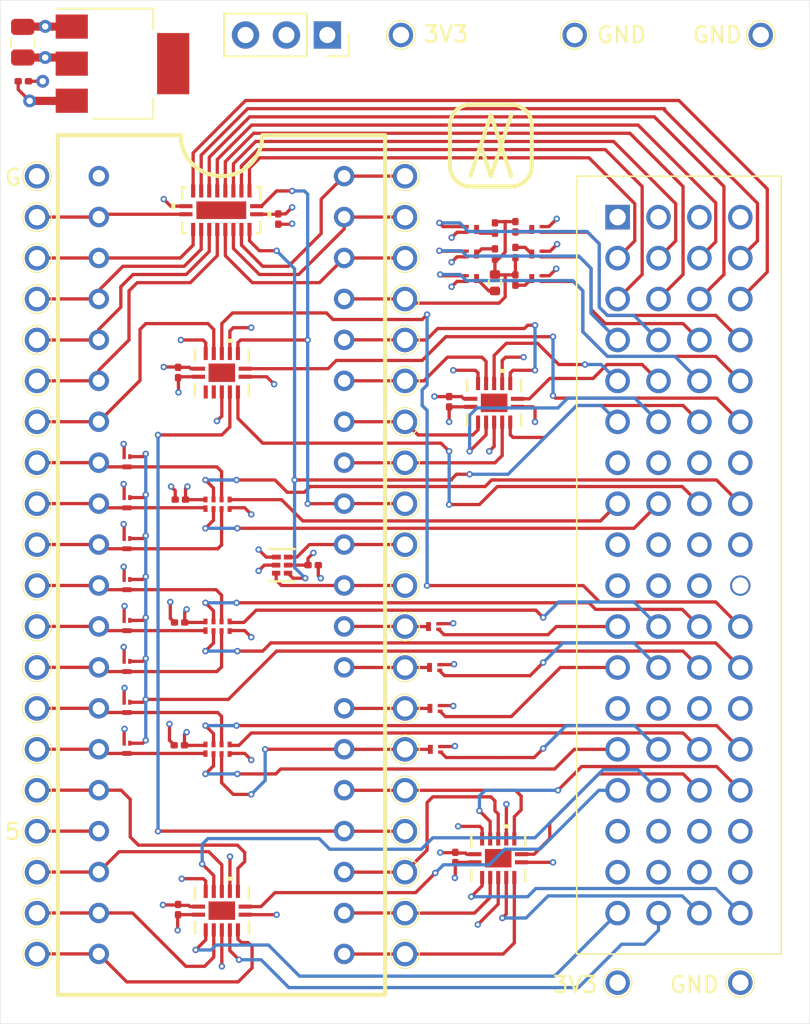
<source format=kicad_pcb>
(kicad_pcb (version 20221018) (generator pcbnew)
  (layers (0 "F.Cu" signal) (1 "In1.Cu" signal) (2 "In2.Cu" signal) (31 "B.Cu" signal) (34 "B.Paste" user) (35 "F.Paste" user) (36 "B.SilkS" user "B.Silkscreen") (37 "F.SilkS" user "F.Silkscreen") (38 "B.Mask" user) (39 "F.Mask" user) (44 "Edge.Cuts" user))
  (net 0 "")
  (net 1 "3V3_B")
  (net 2 "GND")
  (net 3 "D3")
  (net 4 "D4")
  (net 5 "D5")
  (net 6 "D6")
  (net 7 "D7")
  (net 8 "PHI2")
  (net 9 "P6")
  (net 10 "P7")
  (net 11 "P4")
  (net 12 "P5")
  (net 13 "P2")
  (net 14 "P3")
  (net 15 "P0")
  (net 16 "P1")
  (net 17 "~{KR2}")
  (net 18 "+5V")
  (net 19 "~{K5}")
  (net 20 "~{K4}")
  (net 21 "~{K3}")
  (net 22 "~{K2}")
  (net 23 "~{K1}")
  (net 24 "~{K0}")
  (net 25 "SID")
  (net 26 "~{KR1}")
  (net 27 "BCLK")
  (net 28 "OCLK")
  (net 29 "SOD")
  (net 30 "~{IRQ}")
  (net 31 "~{CS0}")
  (net 32 "CS1")
  (net 33 "R{slash}W")
  (net 34 "A3")
  (net 35 "A2")
  (net 36 "A1")
  (net 37 "A0")
  (net 38 "AUDIO")
  (net 39 "D0")
  (net 40 "D1")
  (net 41 "D2")
  (net 42 "3V3_A")
  (net 43 "+3.3V")
  (net 44 "Net-(Q1-D)")
  (net 45 "Net-(Q2-D)")
  (net 46 "Net-(Q3-D)")
  (net 47 "Net-(Q4-D)")
  (net 48 "Net-(Q5-D)")
  (net 49 "Net-(Q6-D)")
  (net 50 "_P4")
  (net 51 "_P3")
  (net 52 "_P5")
  (net 53 "_P7")
  (net 54 "_P6")
  (net 55 "_BCLKI")
  (net 56 "_P1")
  (net 57 "_P0")
  (net 58 "_P2")
  (net 59 "_D3")
  (net 60 "_D4")
  (net 61 "_D2")
  (net 62 "_D1")
  (net 63 "_D5")
  (net 64 "_D6")
  (net 65 "_D0")
  (net 66 "_AUDIO0")
  (net 67 "_D7")
  (net 68 "_AUDIO1")
  (net 69 "_AUDIO2")
  (net 70 "_AUDIO3")
  (net 71 "_AUDIO4")
  (net 72 "_A0")
  (net 73 "_AUDIO5")
  (net 74 "_A2")
  (net 75 "_A1")
  (net 76 "_DUMP")
  (net 77 "_R{slash}W")
  (net 78 "_A3")
  (net 79 "_~{KR2}")
  (net 80 "_~{K5}")
  (net 81 "_~{IRQ}")
  (net 82 "~{_EN}")
  (net 83 "_~{K4}")
  (net 84 "_~{K3}")
  (net 85 "_SOD")
  (net 86 "_PHI2")
  (net 87 "_~{KR1}")
  (net 88 "_SID")
  (net 89 "_OCLK")
  (net 90 "_~{K0}")
  (net 91 "_~{K1}")
  (net 92 "_~{K2}")
  (net 93 "_BCLKO")
  (footprint "POKEY_Footprints:CST3_TOS" (layer "F.Cu") (at 188.2775 74.93 180)
    (fp_text reference "Q2" hide)
    (fp_text value "SSM3K72KCT" hide)
  )
  (footprint "POKEY_Footprints:TP" (layer "F.Cu") (at 180.086 93.98)
    (fp_text reference "TP28" hide)
    (fp_text value "~" hide)
  )
  (footprint "POKEY_Footprints:TP" (layer "F.Cu") (at 157.226 93.98)
    (fp_text reference "TP10" hide)
    (fp_text value "~" hide)
  )
  (footprint "POKEY_Footprints:TP" (layer "F.Cu") (at 180.086 116.84)
    (fp_text reference "TP19" hide)
    (fp_text value "~" hide)
  )
  (footprint "POKEY_Footprints:TP" (layer "F.Cu") (at 200.914 118.618)
    (fp_text reference "TP42" hide)
    (fp_text value "~" hide)
  )
  (footprint "POKEY_Footprints:TP" (layer "F.Cu") (at 157.226 83.82)
    (fp_text reference "TP6" hide)
    (fp_text value "~" hide)
  )
  (footprint "POKEY_Footprints:TP" (layer "F.Cu") (at 202.184 59.817)
    (fp_text reference "TP40" hide)
    (fp_text value "~" hide)
  )
  (footprint "Resistor_SMD:R_0201_0603Metric" (layer "F.Cu") (at 186.944 73.315 90)
    (fp_text reference "R4" hide)
    (fp_text value "7.68K 1%" hide)
  )
  (footprint "POKEY_Footprints:DHVQFN14_SOT762-1_NEX" (layer "F.Cu") (at 168.7068 114.1476 90)
    (fp_text reference "U6" hide)
    (fp_text value "74LVC125" hide)
  )
  (footprint "Capacitor_SMD:C_0201_0603Metric" (layer "F.Cu") (at 174.3812 92.71)
    (fp_text reference "C8" hide)
    (fp_text value ".1uf" hide)
  )
  (footprint "POKEY_Footprints:DHVQFN14_SOT762-1_NEX" (layer "F.Cu") (at 168.7068 80.772 90)
    (fp_text reference "U8" hide)
    (fp_text value "74LVC125" hide)
  )
  (footprint "POKEY_Footprints:TP" (layer "F.Cu") (at 157.226 73.66)
    (fp_text reference "TP2" hide)
    (fp_text value "~" hide)
  )
  (footprint "POKEY_Footprints:XSON8" (layer "F.Cu") (at 168.440801 104.1324 90)
    (fp_text reference "U3" hide)
    (fp_text value "~" hide)
  )
  (footprint "POKEY_Footprints:TP" (layer "F.Cu") (at 180.086 78.74)
    (fp_text reference "TP34" hide)
    (fp_text value "~" hide)
  )
  (footprint "POKEY_Footprints:Reg" (layer "F.Cu") (at 162.535 61.849)
    (fp_text reference "U10" hide)
    (fp_text value "LD1117S33TR" hide)
  )
  (footprint "Resistor_SMD:R_0201_0603Metric" (layer "F.Cu") (at 186.944 71.719 -90)
    (fp_text reference "R6" hide)
    (fp_text value "75K 1%" hide)
  )
  (footprint "POKEY_Footprints:TP" (layer "F.Cu") (at 157.226 104.14)
    (fp_text reference "TP14" hide)
    (fp_text value "~" hide)
  )
  (footprint "POKEY_Footprints:CST3_TOS" (layer "F.Cu") (at 162.814 98.9965 -90)
    (fp_text reference "Q10" hide)
    (fp_text value "SSM3K72KCT" hide)
  )
  (footprint "POKEY_Footprints:CST3_TOS" (layer "F.Cu") (at 181.9275 99.06 180)
    (fp_text reference "Q18" hide)
    (fp_text value "SSM3K72KCT" hide)
  )
  (footprint "POKEY_Footprints:TP" (layer "F.Cu") (at 180.086 86.36)
    (fp_text reference "TP31" hide)
    (fp_text value "~" hide)
  )
  (footprint "POKEY_Footprints:TP" (layer "F.Cu") (at 193.294 118.618)
    (fp_text reference "TP45" hide)
    (fp_text value "~" hide)
  )
  (footprint "POKEY_Footprints:TP" (layer "F.Cu") (at 157.226 86.36)
    (fp_text reference "TP7" hide)
    (fp_text value "~" hide)
  )
  (footprint "POKEY_Footprints:CST3_TOS" (layer "F.Cu") (at 184.2135 71.882)
    (fp_text reference "Q5" hide)
    (fp_text value "SSM3K72KCT" hide)
  )
  (footprint "POKEY_Footprints:CST3_TOS" (layer "F.Cu") (at 188.2775 71.882 180)
    (fp_text reference "Q6" hide)
    (fp_text value "SSM3K72KCT" hide)
  )
  (footprint "POKEY_Footprints:TP" (layer "F.Cu") (at 180.086 99.06)
    (fp_text reference "TP26" hide)
    (fp_text value "~" hide)
  )
  (footprint "POKEY_Footprints:DHVQFN14_SOT762-1_NEX" (layer "F.Cu") (at 185.8772 110.8964 90)
    (fp_text reference "U7" hide)
    (fp_text value "74LVC125" hide)
  )
  (footprint "POKEY_Footprints:CST3_TOS" (layer "F.Cu") (at 162.814 86.2965 -90)
    (fp_text reference "Q13" hide)
    (fp_text value "SSM3K72KCT" hide)
  )
  (footprint "POKEY_Footprints:TP" (layer "F.Cu") (at 157.226 68.58)
    (fp_text reference "TP41" hide)
    (fp_text value "~" hide)
  )
  (footprint "POKEY_Footprints:TP" (layer "F.Cu") (at 157.226 91.44)
    (fp_text reference "TP9" hide)
    (fp_text value "~" hide)
  )
  (footprint "Capacitor_SMD:C_0201_0603Metric" (layer "F.Cu") (at 166.1322 88.642 180)
    (fp_text reference "C7" hide)
    (fp_text value ".1uf" hide)
  )
  (footprint "POKEY_Footprints:TP" (layer "F.Cu") (at 157.226 111.76)
    (fp_text reference "TP16" hide)
    (fp_text value "~" hide)
  )
  (footprint "Resistor_SMD:R_0201_0603Metric" (layer "F.Cu") (at 186.944 75.021 -90)
    (fp_text reference "R2" hide)
    (fp_text value "1.65K 1%" hide)
  )
  (footprint "POKEY_Footprints:CST3_TOS" (layer "F.Cu") (at 188.2775 73.406 180)
    (fp_text reference "Q4" hide)
    (fp_text value "SSM3K72KCT" hide)
  )
  (footprint "Resistor_SMD:R_0201_0603Metric" (layer "F.Cu") (at 185.674 71.791 -90)
    (fp_text reference "R5" hide)
    (fp_text value "24K 1%" hide)
  )
  (footprint "Connector_PinSocket_2.54mm:PinSocket_1x03_P2.54mm_Vertical" (layer "F.Cu") (at 175.26 59.817 -90)
    (fp_text reference "J3" hide)
    (fp_text value "Conn_01x03_Pin" hide)
  )
  (footprint "POKEY_Footprints:TP" (layer "F.Cu") (at 180.086 91.44)
    (fp_text reference "TP29" hide)
    (fp_text value "~" hide)
  )
  (footprint "POKEY_Footprints:TP" (layer "F.Cu") (at 179.832 59.817)
    (fp_text reference "TP44" hide)
    (fp_text value "~" hide)
  )
  (footprint "POKEY_Footprints:CST3_TOS" (layer "F.Cu") (at 181.9783 104.14 180)
    (fp_text reference "Q15" hide)
    (fp_text value "SSM3K72KCT" hide)
  )
  (footprint "POKEY_Footprints:TP" (layer "F.Cu") (at 180.086 111.76)
    (fp_text reference "TP21" hide)
    (fp_text value "~" hide)
  )
  (footprint "POKEY_Footprints:CST3_TOS" (layer "F.Cu") (at 162.814 104.0765 -90)
    (fp_text reference "Q8" hide)
    (fp_text value "SSM3K72KCT" hide)
  )
  (footprint "Resistor_SMD:R_0201_0603Metric" (layer "F.Cu") (at 185.674 73.406 90)
    (fp_text reference "R3" hide)
    (fp_text value "3.3K 1%" hide)
  )
  (footprint "POKEY_Footprints:DRY6" (layer "F.Cu") (at 172.451601 92.71)
    (fp_text reference "U1" hide)
    (fp_text value "74LVC1G97" hide)
  )
  (footprint "POKEY_Footprints:TP" (layer "F.Cu") (at 157.226 106.68)
    (fp_text reference "TP15" hide)
    (fp_text value "~" hide)
  )
  (footprint "Capacitor_SMD:C_0201_0603Metric" (layer "F.Cu") (at 165.989 80.7572 -90)
    (fp_text reference "C10" hide)
    (fp_text value ".1uf" hide)
  )
  (footprint "POKEY_Footprints:TP" (layer "F.Cu") (at 180.086 104.14)
    (fp_text reference "TP24" hide)
    (fp_text value "~" hide)
  )
  (footprint "POKEY_Footprints:TP" (layer "F.Cu") (at 180.086 73.66)
    (fp_text reference "TP36" hide)
    (fp_text value "~" hide)
  )
  (footprint "POKEY_Footprints:TP" (layer "F.Cu") (at 157.226 88.9)
    (fp_text reference "TP8" hide)
    (fp_text value "~" hide)
  )
  (footprint "POKEY_Footprints:CST3_TOS" (layer "F.Cu") (at 181.864 96.52 180)
    (fp_text reference "Q17" hide)
    (fp_text value "SSM3K72KCT" hide)
  )
  (footprint "POKEY_Footprints:TP" (layer "F.Cu") (at 180.086 109.22)
    (fp_text reference "TP22" hide)
    (fp_text value "~" hide)
  )
  (footprint "POKEY_Footprints:TP" (layer "F.Cu") (at 157.226 101.6)
    (fp_text reference "TP13" hide)
    (fp_text value "~" hide)
  )
  (footprint "POKEY_Footprints:TP" (layer "F.Cu") (at 157.226 96.52)
    (fp_text reference "TP11" hide)
    (fp_text value "~" hide)
  )
  (footprint "POKEY_Footprints:TP" (layer "F.Cu") (at 180.086 76.2)
    (fp_text reference "TP35" hide)
    (fp_text value "~" hide)
  )
  (footprint "Capacitor_SMD:C_0201_0603Metric" (layer "F.Cu") (at 166.0678 103.886 180)
    (fp_text reference "C4" hide)
    (fp_text value ".1uf" hide)
  )
  (footprint "POKEY_Footprints:TP" (layer "F.Cu") (at 157.226 116.84)
    (fp_text reference "TP18" hide)
    (fp_text value "~" hide)
  )
  (footprint "POKEY_Footprints:TP" (layer "F.Cu") (at 157.226 114.3)
    (fp_text reference "TP17" hide)
    (fp_text value "~" hide)
  )
  (footprint "POKEY_Footprints:TP" (layer "F.Cu") (at 180.086 68.58)
    (fp_text reference "TP38" hide)
    (fp_text value "~" hide)
  )
  (footprint "POKEY_Footprints:TP" (layer "F.Cu") (at 180.086 101.6)
    (fp_text reference "TP25" hide)
    (fp_text value "~" hide)
  )
  (footprint "POKEY_Footprints:TP" (layer "F.Cu") (at 180.086 83.82)
    (fp_text reference "TP32" hide)
    (fp_text value "~" hide)
  )
  (footprint "POKEY_Footprints:TP" (layer "F.Cu") (at 180.086 114.3)
    (fp_text reference "TP20" hide)
    (fp_text value "~" hide)
  )
  (footprint "POKEY_Footprints:CST3_TOS" (layer "F.Cu") (at 184.2135 73.406)
    (fp_text reference "Q3" hide)
    (fp_text value "SSM3K72KCT" hide)
  )
  (footprint "POKEY_Footprints:TP" (layer "F.Cu") (at 157.226 99.06)
    (fp_text reference "TP12" hide)
    (fp_text value "~" hide)
  )
  (footprint "Capacitor_SMD:C_0201_0603Metric" (layer "F.Cu") (at 172.212 71.2368 -90)
    (fp_text reference "C1" hide)
    (fp_text value ".1uf" hide)
  )
  (footprint "Capacitor_SMD:C_0201_0603Metric" (layer "F.Cu") (at 165.989 114.0816 -90)
    (fp_text reference "C3" hide)
    (fp_text value ".1uf" hide)
  )
  (footprint "POKEY_Footprints:CST3_TOS" (layer "F.Cu") (at 162.814 93.9165 -90)
    (fp_text reference "Q12" hide)
    (fp_text value "SSM3K72KCT" hide)
  )
  (footprint "Resistor_SMD:R_0402_1005Metric" (layer "F.Cu") (at 185.674 75.186 -90)
    (fp_text reference "R1" hide)
    (fp_text value "825 1%" hide)
  )
  (footprint "POKEY_Footprints:TP" (layer "F.Cu") (at 180.086 71.12)
    (fp_text reference "TP37" hide)
    (fp_text value "~" hide)
  )
  (footprint "POKEY_Footprints:Proto-72Pin" (layer "F.Cu") (at 197.104 92.71)
    (fp_text reference "J1" hide)
    (fp_text value "~" hide)
  )
  (footprint "Capacitor_SMD:C_0201_0603Metric" (layer "F.Cu") (at 183.2102 110.849537 -90)
    (fp_text reference "C2" hide)
    (fp_text value ".1uf" hide)
  )
  (footprint "POKEY_Footprints:CST3_TOS" (layer "F.Cu") (at 162.814 91.3765 -90)
    (fp_text reference "Q11" hide)
    (fp_text value "SSM3K72KCT" hide)
  )
  (footprint "POKEY_Footprints:DHVQFN14_SOT762-1_NEX" (layer "F.Cu") (at 185.6232 82.6389 90)
    (fp_text reference "U9" hide)
    (fp_text value "74LVC125" hide)
  )
  (footprint "POKEY_Footprints:TP" (layer "F.Cu") (at 157.226 71.12)
    (fp_text reference "TP1" hide)
    (fp_text value "~" hide)
  )
  (footprint "POKEY_Footprints:TP" (layer "F.Cu") (at 180.086 81.28)
    (fp_text reference "TP33" hide)
    (fp_text value "~" hide)
  )
  (footprint "POKEY_Footprints:TP" (layer "F.Cu") (at 157.226 78.74)
    (fp_text reference "TP4" hide)
    (fp_text value "~" hide)
  )
  (footprint "POKEY_Footprints:TP" (layer "F.Cu") (at 157.226 76.2)
    (fp_text reference "TP3" hide)
    (fp_text value "~" hide)
  )
  (footprint "POKEY_Footprints:TP" (layer "F.Cu") (at 157.226 81.28)
    (fp_text reference "TP5" hide)
    (fp_text value "~" hide)
  )
  (footprint "POKEY_Footprints:TP" (layer "F.Cu") (at 180.086 88.9)
    (fp_text reference "TP30" hide)
    (fp_text value "~" hide)
  )
  (footprint "POKEY_Footprints:XSON8" (layer "F.Cu") (at 168.440801 96.5022 90)
    (fp_text reference "U4" hide)
    (fp_text value "~" hide)
  )
  (footprint "POKEY_Footprints:CST3_TOS" (layer "F.Cu") (at 162.814 88.8365 -90)
    (fp_text reference "Q14" hide)
    (fp_text value "SSM3K72KCT" hide)
  )
  (footprint "POKEY_Footprints:TP" (layer "F.Cu") (at 180.086 96.52)
    (fp_text reference "TP27" hide)
    (fp_text value "~" hide)
  )
  (footprint "POKEY_Footprints:TP" (layer "F.Cu") (at 190.627 59.817)
    (fp_text reference "TP39" hide)
    (fp_text value "~" hide)
  )
  (footprint "POKEY_Footprints:CST3_TOS" (layer "F.Cu") (at 184.2135 74.93)
    (fp_text reference "Q1" hide)
    (fp_text value "SSM3K72KCT" hide)
  )
  (footprint "POKEY_Footprints:TP" (layer "F.Cu") (at 180.086 106.68)
    (fp_text reference "TP23" hide)
    (fp_text value "~" hide)
  )
  (footprint "POKEY_Footprints:CST3_TOS" (layer "F.Cu") (at 162.814 96.4565 -90)
    (fp_text reference "Q9" hide)
    (fp_text value "SSM3K72KCT" hide)
  )
  (footprint "Capacitor_SMD:C_0201_0603Metric" (layer "F.Cu") (at 182.8292 82.5729 -90)
    (fp_text reference "C5" hide)
    (fp_text value ".1uf" hide)
  )
  (footprint "Capacitor_SMD:C_0201_0603Metric" (layer "F.Cu") (at 156.3776 62.6872)
    (fp_text reference "C9" hide)
    (fp_text value ".1uf" hide)
  )
  (footprint "POKEY_Footprints:CST3_TOS" (layer "F.Cu") (at 181.9529 101.6 180)
    (fp_text reference "Q16" hide)
    (fp_text value "SSM3K72KCT" hide)
  )
  (footprint "POKEY_Footprints:XSON8" (layer "F.Cu") (at 168.440801 88.933 90)
    (fp_text reference "U5" hide)
    (fp_text value "~" hide)
  )
  (footprint "POKEY_Footprints:Con_2X20" (layer "F.Cu") (at 168.6859 91.4325)
    (fp_text reference "J2" hide)
    (fp_text value "2x20_Conn" hide)
  )
  (footprint "Capacitor_SMD:C_0201_0603Metric" (layer "F.Cu") (at 166.0848 96.266 180)
    (fp_text reference "C6" hide)
    (fp_text value ".1uf" hide)
  )
  (footprint "POKEY_Footprints:VQFN20_RKS_TEX" (layer "F.Cu") (at 168.675685 70.6882 -90)
    (fp_text reference "U2" hide)
    (fp_text value "~" hide)
  )
  (footprint "Capacitor_SMD:C_0805_2012Metric" (layer "F.Cu") (at 156.337 60.264 90)
    (fp_text reference "C11" hide)
    (fp_text value "10uf" hide)
  )
  (footprint "POKEY_Footprints:TP" (layer "F.Cu") (at 157.226 109.22)
    (fp_text reference "TP43" hide)
    (fp_text value "~" hide)
  )
  (footprint "POKEY_Footprints:CST3_TOS" (layer "F.Cu") (at 162.814 101.5365 -90)
    (fp_text reference "Q7" hide)
    (fp_text value "SSM3K72KCT" hide)
  )
  (gr_arc (start 186.69 64.135) (mid 187.588026 64.506974) (end 187.96 65.405) (stroke (width 0.254)) (layer "F.SilkS"))
  (gr_line (start 185.42 68.58) (end 186.69 64.77) (stroke (width 0.254)) (layer "F.SilkS"))
  (gr_line (start 184.15 68.58) (end 185.42 64.77) (stroke (width 0.254)) (layer "F.SilkS"))
  (gr_arc (start 187.96 67.945) (mid 187.588026 68.843026) (end 186.69 69.215) (stroke (width 0.254)) (layer "F.SilkS"))
  (gr_line (start 187.96 65.405) (end 187.96 67.945) (stroke (width 0.254)) (layer "F.SilkS"))
  (gr_arc (start 184.15 69.215) (mid 183.251974 68.843026) (end 182.88 67.945) (stroke (width 0.254)) (layer "F.SilkS"))
  (gr_line (start 182.88 65.405) (end 182.88 67.945) (stroke (width 0.254)) (layer "F.SilkS"))
  (gr_line (start 186.69 64.135) (end 184.15 64.135) (stroke (width 0.254)) (layer "F.SilkS"))
  (gr_line (start 184.785 66.675) (end 185.42 68.58) (stroke (width 0.254)) (layer "F.SilkS"))
  (gr_line (start 185.42 64.77) (end 186.69 68.58) (stroke (width 0.254)) (layer "F.SilkS"))
  (gr_arc (start 182.88 65.405) (mid 183.251974 64.506974) (end 184.15 64.135) (stroke (width 0.254)) (layer "F.SilkS"))
  (gr_line (start 186.69 69.215) (end 184.15 69.215) (stroke (width 0.254)) (layer "F.SilkS"))
  (gr_rect (start 154.94 57.658) (end 205.232 121.158) (stroke (width 0.0254)) (fill none) (layer "Edge.Cuts"))
  (gr_text "5" (at 155.1432 109.8296) (layer "F.SilkS") (effects (font (size 1 1)) (justify left bottom)))
  (gr_text "3V3" (at 181.1528 60.3504) (layer "F.SilkS") (effects (font (size 1 1)) (justify left bottom)))
  (gr_text "GND" (at 196.4436 119.3292) (layer "F.SilkS") (effects (font (size 1 1)) (justify left bottom)))
  (gr_text "GND" (at 197.866 60.4012) (layer "F.SilkS") (effects (font (size 1 1)) (justify left bottom)))
  (gr_text "GND" (at 191.9224 60.4012) (layer "F.SilkS") (effects (font (size 1 1)) (justify left bottom)))
  (gr_text "3V3" (at 189.1792 119.3292) (layer "F.SilkS") (effects (font (size 1 1)) (justify left bottom)))
  (gr_text "G" (at 155.1432 69.2404) (layer "F.SilkS") (effects (font (size 1 1)) (justify left bottom)))
  (segment (start 159.004 61.214) (end 157.734 61.214) (width 0.508) (layer "F.Cu") (net 1))
  (segment (start 157.734 61.214) (end 156.337 61.214) (width 0.508) (layer "F.Cu") (net 1))
  (segment (start 159.385 61.595) (end 159.004 61.214) (width 0.508) (layer "F.Cu") (net 1))
  (via (at 157.734 61.214) (size 0.8) (drill 0.4) (layers "F.Cu" "B.Cu") (net 1))
  (segment (start 182.9816 72.39) (end 182.9816 72.4154) (width 0.2032) (layer "F.Cu") (net 2))
  (segment (start 184.1754 82.888963) (end 182.833137 82.888963) (width 0.2032) (layer "F.Cu") (net 2))
  (segment (start 165.535737 70.438137) (end 165.1 70.0024) (width 0.2032) (layer "F.Cu") (net 2))
  (segment (start 173.0756 71.4756) (end 173.0248 71.5264) (width 0.2032) (layer "F.Cu") (net 2))
  (segment (start 183.314599 75.105001) (end 182.9816 75.438) (width 0.2032) (layer "F.Cu") (net 2))
  (segment (start 187.452 79.8068) (end 186.3344 79.8068) (width 0.2032) (layer "F.Cu") (net 2))
  (segment (start 183.384063 108.919137) (end 183.3626 108.919137) (width 0.2032) (layer "F.Cu") (net 2))
  (segment (start 183.896 75.105001) (end 183.314599 75.105001) (width 0.2032) (layer "F.Cu") (net 2))
  (segment (start 170.5356 104.8004) (end 170.1252 104.39) (width 0.2032) (layer "F.Cu") (net 2))
  (segment (start 162.638999 91.059) (end 162.638999 90.198199) (width 0.2032) (layer "F.Cu") (net 2))
  (segment (start 184.876948 109.061885) (end 184.876948 109.706537) (width 0.2032) (layer "F.Cu") (net 2))
  (segment (start 166.044137 81.022063) (end 165.989 81.0772) (width 0.2032) (layer "F.Cu") (net 2))
  (segment (start 172.212 71.5568) (end 172.9944 71.5568) (width 0.2032) (layer "F.Cu") (net 2))
  (segment (start 183.314599 72.057001) (end 182.9816 72.39) (width 0.2032) (layer "F.Cu") (net 2))
  (segment (start 183.2102 111.169537) (end 183.2102 112.0902) (width 0.2032) (layer "F.Cu") (net 2))
  (segment (start 156.356 59.295) (end 156.337 59.314) (width 0.508) (layer "F.Cu") (net 2))
  (segment (start 186.123326 80.017874) (end 186.123326 81.4451) (width 0.2032) (layer "F.Cu") (net 2))
  (segment (start 162.638999 96.139) (end 162.638999 95.272601) (width 0.2032) (layer "F.Cu") (net 2))
  (segment (start 170.5356 97.1804) (end 170.1252 96.77) (width 0.2032) (layer "F.Cu") (net 2))
  (segment (start 166.0144 81.9912) (end 166.0067 81.9835) (width 0.2032) (layer "F.Cu") (net 2))
  (segment (start 170.1252 96.77) (end 169.1908 96.77) (width 0.2032) (layer "F.Cu") (net 2))
  (segment (start 189.5094 71.2216) (end 189.484 71.2216) (width 0.2032) (layer "F.Cu") (net 2))
  (segment (start 189.100201 73.230999) (end 189.5348 72.7964) (width 0.2032) (layer "F.Cu") (net 2))
  (segment (start 182.2704 101.424999) (end 183.060599 101.424999) (width 0.2032) (layer "F.Cu") (net 2))
  (segment (start 165.7648 96.266) (end 165.7604 96.266) (width 0.2032) (layer "F.Cu") (net 2))
  (segment (start 165.5822 87.8332) (end 165.5572 87.8332) (width 0.2032) (layer "F.Cu") (net 2))
  (segment (start 183.0832 101.4476) (end 183.105801 101.424999) (width 0.2032) (layer "F.Cu") (net 2))
  (segment (start 186.3344 79.8068) (end 186.123326 80.017874) (width 0.2032) (layer "F.Cu") (net 2))
  (segment (start 188.595 71.706999) (end 189.024001 71.706999) (width 0.2032) (layer "F.Cu") (net 2))
  (segment (start 186.377326 109.7026) (end 186.3852 107.5436) (width 0.2032) (layer "F.Cu") (net 2))
  (segment (start 171.3484 92.71) (end 170.9928 93.0656) (width 0.2032) (layer "F.Cu") (net 2))
  (segment (start 165.7604 96.266) (end 165.5064 96.012) (width 0.2032) (layer "F.Cu") (net 2))
  (segment (start 170.5356 89.5604) (end 170.1252 89.15) (width 0.2032) (layer "F.Cu") (net 2))
  (segment (start 168.7068 81.9531) (end 168.7068 83.4644) (width 0.2032) (layer "F.Cu") (net 2))
  (segment (start 170.1252 104.39) (end 169.1908 104.39) (width 0.2032) (layer "F.Cu") (net 2))
  (segment (start 157.7226 59.295) (end 156.356 59.295) (width 0.508) (layer "F.Cu") (net 2))
  (segment (start 162.638999 95.272601) (end 162.6616 95.25) (width 0.2032) (layer "F.Cu") (net 2))
  (segment (start 165.5064 96.012) (end 165.5064 94.996) (width 0.2032) (layer "F.Cu") (net 2))
  (segment (start 171.958 81.4832) (end 171.496863 81.022063) (width 0.2032) (layer "F.Cu") (net 2))
  (segment (start 165.8122 88.0882) (end 165.5572 87.8332) (width 0.2032) (layer "F.Cu") (net 2))
  (segment (start 162.638999 101.219) (end 162.638999 100.352601) (width 0.2032) (layer "F.Cu") (net 2))
  (segment (start 187.071 82.888963) (end 188.044963 82.888963) (width 0.2032) (layer "F.Cu") (net 2))
  (segment (start 189.484 72.771) (end 189.484 72.771) (width 0.2032) (layer "F.Cu") (net 2))
  (segment (start 165.4556 103.5812) (end 165.4556 102.5652) (width 0.2032) (layer "F.Cu") (net 2))
  (segment (start 182.1815 96.344999) (end 183.055001 96.344999) (width 0.2032) (layer "F.Cu") (net 2))
  (segment (start 168.7068 83.4644) (end 168.402 83.7692) (width 0.2032) (layer "F.Cu") (net 2))
  (segment (start 171.496863 81.022063) (end 170.1546 81.022063) (width 0.2032) (layer "F.Cu") (net 2))
  (segment (start 166.2176 112.1664) (end 166.1922 112.1664) (width 0.2032) (layer "F.Cu") (net 2))
  (segment (start 165.9636 114.4397) (end 165.9636 115.3668) (width 0.2032) (layer "F.Cu") (net 2))
  (segment (start 167.5638 112.1664) (end 166.2176 112.1664) (width 0.2032) (layer "F.Cu") (net 2))
  (segment (start 165.7478 103.886) (end 165.7478 103.8734) (width 0.2032) (layer "F.Cu") (net 2))
  (segment (start 185.6232 85.344) (end 185.3184 85.6488) (width 0.2032) (layer "F.Cu") (net 2))
  (segment (start 182.9816 72.4154) (end 183.007 72.39) (width 0.2032) (layer "F.Cu") (net 2))
  (segment (start 162.638999 92.839799) (end 162.6108 92.8116) (width 0.2032) (layer "F.Cu") (net 2))
  (segment (start 184.4548 80.6196) (end 183.0832 80.6196) (width 0.2032) (layer "F.Cu") (net 2))
  (segment (start 165.5572 87.8082) (end 165.5697 87.8207) (width 0.2032) (layer "F.Cu") (net 2))
  (segment (start 189.484 72.7964) (end 189.484 72.771) (width 0.2032) (layer "F.Cu") (net 2))
  (segment (start 183.1848 112.1156) (end 183.1594 112.119537) (width 0.2032) (layer "F.Cu") (net 2))
  (segment (start 189.024001 71.706999) (end 189.5094 71.2216) (width 0.2032) (layer "F.Cu") (net 2))
  (segment (start 189.4586 74.3204) (end 189.484 74.3204) (width 0.2032) (layer "F.Cu") (net 2))
  (segment (start 185.8772 113.7412) (end 184.6072 115.0112) (width 0.2032) (layer "F.Cu") (net 2))
  (segment (start 167.259 114.397663) (end 165.992937 114.397663) (width 0.2032) (layer "F.Cu") (net 2))
  (segment (start 182.8292 82.8929) (end 182.8292 83.82) (width 0.2032) (layer "F.Cu") (net 2))
  (segment (start 172.9944 71.5568) (end 173.0248 71.5264) (width 0.2032) (layer "F.Cu") (net 2))
  (segment (start 183.007 73.914) (end 183.007 73.914) (width 0.2032) (layer "F.Cu") (net 2))
  (segment (start 189.049401 74.754999) (end 189.484 74.3204) (width 0.2032) (layer "F.Cu") (net 2))
  (segment (start 184.622948 81.4451) (end 184.622948 80.787748) (width 0.2032) (layer "F.Cu") (net 2))
  (segment (start 185.6232 83.8327) (end 185.6232 85.344) (width 0.2032) (layer "F.Cu") (net 2))
  (segment (start 188.595 74.754999) (end 189.049401 74.754999) (width 0.2032) (layer "F.Cu") (net 2))
  (segment (start 183.314599 73.581001) (end 182.9816 73.914) (width 0.2032) (layer "F.Cu") (net 2))
  (segment (start 184.7342 108.919137) (end 183.391937 108.919137) (width 0.2032) (layer "F.Cu") (net 2))
  (segment (start 183.060599 101.424999) (end 183.0832 101.4476) (width 0.2032) (layer "F.Cu") (net 2))
  (segment (start 162.638999 85.219799) (end 162.6108 85.1916) (width 0.2032) (layer "F.Cu") (net 2))
  (segment (start 162.638999 98.679) (end 162.638999 97.818199) (width 0.2032) (layer "F.Cu") (net 2))
  (segment (start 170.5356 77.978) (end 169.418 77.978) (width 0.2032) (layer "F.Cu") (net 2))
  (segment (start 183.896 72.057001) (end 183.314599 72.057001) (width 0.2032) (layer "F.Cu") (net 2))
  (segment (start 165.5572 87.8332) (end 165.5572 87.8082) (width 0.2032) (layer "F.Cu") (net 2))
  (segment (start 183.156601 103.964999) (end 183.1848 103.9368) (width 0.2032) (layer "F.Cu") (net 2))
  (segment (start 182.245 98.884999) (end 183.105801 98.884999) (width 0.2032) (layer "F.Cu") (net 2))
  (segment (start 188.1632 83.0072) (end 188.1632 83.82) (width 0.2032) (layer "F.Cu") (net 2))
  (segment (start 189.5094 71.2216) (end 189.484 71.247) (width 0.2032) (layer "F.Cu") (net 2))
  (segment (start 162.638999 100.352601) (end 162.6616 100.33) (width 0.2032) (layer "F.Cu") (net 2))
  (segment (start 183.0324 73.8886) (end 183.0324 73.914) (width 0.2032) (layer "F.Cu") (net 2))
  (segment (start 189.2808 111.1504) (end 187.2996 111.1504) (width 0.2032) (layer "F.Cu") (net 2))
  (segment (start 165.7478 103.8734) (end 165.4556 103.5812) (width 0.2032) (layer "F.Cu") (net 2))
  (segment (start 174.7012 92.71) (end 174.7012 93.3704) (width 0.2032) (layer "F.Cu") (net 2))
  (segment (start 182.2958 103.964999) (end 183.156601 103.964999) (width 0.2032) (layer "F.Cu") (net 2))
  (segment (start 165.992937 114.397663) (end 165.989 114.4016) (width 0.2032) (layer "F.Cu") (net 2))
  (segment (start 169.206926 78.189074) (end 169.206926 79.6163) (width 0.2032) (layer "F.Cu") (net 2))
  (segment (start 167.5384 78.74) (end 166.1668 78.74) (width 0.2032) (layer "F.Cu") (net 2))
  (segment (start 167.259 81.022063) (end 166.044137 81.022063) (width 0.2032) (layer "F.Cu") (net 2))
  (segment (start 172.081602 92.71) (end 171.3484 92.71) (width 0.2032) (layer "F.Cu") (net 2))
  (segment (start 157.5816 62.6872) (end 156.6976 62.6872) (width 0.2032) (layer "F.Cu") (net 2))
  (segment (start 162.638999 90.198199) (end 162.6108 90.17) (width 0.2032) (layer "F.Cu") (net 2))
  (segment (start 182.833137 82.888963) (end 182.8292 82.8929) (width 0.2032) (layer "F.Cu") (net 2))
  (segment (start 173.0248 71.5264) (end 173.0756 71.5264) (width 0.2032) (layer "F.Cu") (net 2))
  (segment (start 162.638999 102.892601) (end 162.6616 102.87) (width 0.2032) (layer "F.Cu") (net 2))
  (segment (start 189.484 74.3204) (end 189.484 74.295) (width 0.2032) (layer "F.Cu") (net 2))
  (segment (start 183.896 73.581001) (end 183.314599 73.581001) (width 0.2032) (layer "F.Cu") (net 2))
  (segment (start 170.1252 89.15) (end 169.1908 89.15) (width 0.2032) (layer "F.Cu") (net 2))
  (segment (start 183.388 108.9152) (end 183.384063 108.919137) (width 0.2032) (layer "F.Cu") (net 2))
  (segment (start 167.706548 112.309148) (end 167.706548 112.9538) (width 0.2032) (layer "F.Cu") (net 2))
  (segment (start 162.638999 103.759) (end 162.638999 102.892601) (width 0.2032) (layer "F.Cu") (net 2))
  (segment (start 167.706548 78.908148) (end 167.5384 78.74) (width 0.2032) (layer "F.Cu") (net 2))
  (segment (start 157.7454 59.295) (end 157.734 59.2836) (width 0.508) (layer "F.Cu") (net 2))
  (segment (start 162.638999 97.818199) (end 162.6108 97.79) (width 0.2032) (layer "F.Cu") (net 2))
  (segment (start 174.7012 93.3704) (end 174.8536 93.5228) (width 0.2032) (layer "F.Cu") (net 2))
  (segment (start 167.706548 79.5655) (end 167.706548 78.908148) (width 0.2032) (layer "F.Cu") (net 2))
  (segment (start 185.8772 112.0902) (end 185.8772 113.7412) (width 0.2032) (layer "F.Cu") (net 2))
  (segment (start 182.9816 75.4634) (end 183.007 75.438) (width 0.2032) (layer "F.Cu") (net 2))
  (segment (start 189.484 74.295) (end 189.484 74.295) (width 0.2032) (layer "F.Cu") (net 2))
  (segment (start 168.7068 115.3414) (end 168.7068 117.602) (width 0.2032) (layer "F.Cu") (net 2))
  (segment (start 157.734 59.2836) (end 157.7226 59.295) (width 0.508) (layer "F.Cu") (net 2))
  (segment (start 182.9816 75.438) (end 182.9816 75.4634) (width 0.2032) (layer "F.Cu") (net 2))
  (segment (start 183.007 75.438) (end 182.9816 75.438) (width 0.2032) (layer "F.Cu") (net 2))
  (segment (start 185.42 85.6996) (end 185.42 85.6996) (width 0.2032) (layer "F.Cu") (net 2))
  (segment (start 183.0324 73.914) (end 183.007 73.914) (width 0.2032) (layer "F.Cu") (net 2))
  (segment (start 162.638999 87.708999) (end 162.6108 87.6808) (width 0.2032) (layer "F.Cu") (net 2))
  (segment (start 166.478585 70.438137) (end 165.535737 70.438137) (width 0.2032) (layer "F.Cu") (net 2))
  (segment (start 183.391937 108.919137) (end 183.388 108.9152) (width 0.2032) (layer "F.Cu") (net 2))
  (segment (start 169.2148 110.7948) (end 169.206926 112.9919) (width 0.2032) (layer "F.Cu") (net 2))
  (segment (start 169.418 77.978) (end 169.206926 78.189074) (width 0.2032) (layer "F.Cu") (net 2))
  (segment (start 188.595 73.230999) (end 189.100201 73.230999) (width 0.2032) (layer "F.Cu") (net 2))
  (segment (start 183.055001 96.344999) (end 183.0832 96.3168) (width 0.2032) (layer "F.Cu") (net 2))
  (segment (start 189.484 71.247) (end 189.484 71.2216) (width 0.2032) (layer "F.Cu") (net 2))
  (segment (start 166.0067 81.0564) (end 166.0144 81.9912) (width 0.2032) (layer "F.Cu") (net 2))
  (segment (start 159.385 59.295) (end 157.7454 59.295) (width 0.508) (layer "F.Cu") (net 2))
  (segment (start 188.044963 82.888963) (end 188.1632 83.0072) (width 0.2032) (layer "F.Cu") (net 2))
  (segment (start 184.7342 108.919137) (end 184.876948 109.061885) (width 0.2032) (layer "F.Cu") (net 2))
  (segment (start 184.4548 111.1504) (end 183.188737 111.1504) (width 0.2032) (layer "F.Cu") (net 2))
  (segment (start 162.638999 88.519) (end 162.638999 87.708999) (width 0.2032) (layer "F.Cu") (net 2))
  (segment (start 167.5638 112.1664) (end 167.706548 112.309148) (width 0.2032) (layer "F.Cu") (net 2))
  (segment (start 189.4586 72.7964) (end 189.484 72.7964) (width 0.2032) (layer "F.Cu") (net 2))
  (segment (start 183.007 72.39) (end 182.9816 72.39) (width 0.2032) (layer "F.Cu") (net 2))
  (segment (start 183.2102 112.0902) (end 183.1848 112.1156) (width 0.2032) (layer "F.Cu") (net 2))
  (segment (start 165.8122 88.642) (end 165.8122 88.0882) (width 0.2032) (layer "F.Cu") (net 2))
  (segment (start 173.0756 71.5264) (end 173.0756 71.4756) (width 0.2032) (layer "F.Cu") (net 2))
  (segment (start 162.638999 93.599) (end 162.638999 92.839799) (width 0.2032) (layer "F.Cu") (net 2))
  (segment (start 184.622948 80.787748) (end 184.4548 80.6196) (width 0.2032) (layer "F.Cu") (net 2))
  (segment (start 162.638999 85.979) (end 162.638999 85.219799) (width 0.2032) (layer "F.Cu") (net 2))
  (segment (start 183.105801 98.884999) (end 183.134 98.8568) (width 0.2032) (layer "F.Cu") (net 2))
  (segment (start 172.1104 114.4016) (end 170.1546 114.397663) (width 0.2032) (layer "F.Cu") (net 2))
  (via (at 188.1632 83.82) (size 0.4) (drill 0.2) (layers "F.Cu" "B.Cu") (net 2))
  (via (at 183.0832 80.6196) (size 0.4) (drill 0.2) (layers "F.Cu" "B.Cu") (net 2))
  (via (at 162.6108 97.79) (size 0.4) (drill 0.2) (layers "F.Cu" "B.Cu") (net 2))
  (via (at 174.8536 93.5228) (size 0.4) (drill 0.2) (layers "F.Cu" "B.Cu") (net 2))
  (via (at 172.1104 114.4016) (size 0.4) (drill 0.2) (layers "F.Cu" "B.Cu") (net 2))
  (via (at 183.134 98.8568) (size 0.4) (drill 0.2) (layers "F.Cu" "B.Cu") (net 2))
  (via (at 170.9928 93.0656) (size 0.4) (drill 0.2) (layers "F.Cu" "B.Cu") (net 2))
  (via (at 182.8292 83.82) (size 0.4) (drill 0.2) (layers "F.Cu" "B.Cu") (net 2))
  (via (at 168.7068 117.602) (size 0.4) (drill 0.2) (layers "F.Cu" "B.Cu") (net 2))
  (via (at 170.5356 89.5604) (size 0.4) (drill 0.2) (layers "F.Cu" "B.Cu") (net 2))
  (via (at 162.6108 92.8116) (size 0.4) (drill 0.2) (layers "F.Cu" "B.Cu") (net 2))
  (via (at 186.3852 107.5436) (size 0.4) (drill 0.2) (layers "F.Cu" "B.Cu") (net 2))
  (via (at 165.9636 115.3668) (size 0.4) (drill 0.2) (layers "F.Cu" "B.Cu") (net 2))
  (via (at 173.0756 71.5264) (size 0.4) (drill 0.2) (layers "F.Cu" "B.Cu") (net 2))
  (via (at 162.6616 102.87) (size 0.4) (drill 0.2) (layers "F.Cu" "B.Cu") (net 2))
  (via (at 169.2148 110.7948) (size 0.4) (drill 0.2) (layers "F.Cu" "B.Cu") (net 2))
  (via (at 162.6108 85.1916) (size 0.4) (drill 0.2) (layers "F.Cu" "B.Cu") (net 2))
  (via (at 189.484 74.3204) (size 0.4) (drill 0.2) (layers "F.Cu" "B.Cu") (net 2))
  (via (at 189.5094 71.2216) (size 0.4) (drill 0.2) (layers "F.Cu" "B.Cu") (net 2))
  (via (at 189.2808 111.1504) (size 0.4) (drill 0.2) (layers "F.Cu" "B.Cu") (net 2))
  (via (at 157.734 59.2836) (size 0.8) (drill 0.4) (layers "F.Cu" "B.Cu") (net 2))
  (via (at 184.6072 115.0112) (size 0.4) (drill 0.2) (layers "F.Cu" "B.Cu") (net 2))
  (via (at 171.958 81.4832) (size 0.4) (drill 0.2) (layers "F.Cu" "B.Cu") (net 2))
  (via (at 182.9816 72.39) (size 0.4) (drill 0.2) (layers "F.Cu" "B.Cu") (net 2))
  (via (at 183.1848 112.1156) (size 0.4) (drill 0.2) (layers "F.Cu" "B.Cu") (net 2))
  (via (at 170.5356 97.1804) (size 0.4) (drill 0.2) (layers "F.Cu" "B.Cu") (net 2))
  (via (at 168.402 83.7692) (size 0.4) (drill 0.2) (layers "F.Cu" "B.Cu") (net 2))
  (via (at 165.1 70.0024) (size 0.4) (drill 0.2) (layers "F.Cu" "B.Cu") (net 2))
  (via (at 189.5348 72.7964) (size 0.4) (drill 0.2) (layers "F.Cu" "B.Cu") (net 2))
  (via (at 183.388 108.9152) (size 0.4) (drill 0.2) (layers "F.Cu" "B.Cu") (net 2))
  (via (at 170.5356 104.8004) (size 0.4) (drill 0.2) (layers "F.Cu" "B.Cu") (net 2))
  (via (at 162.6108 87.6808) (size 0.4) (drill 0.2) (layers "F.Cu" "B.Cu") (net 2))
  (via (at 165.4556 102.5652) (size 0.4) (drill 0.2) (layers "F.Cu" "B.Cu") (net 2))
  (via (at 166.2176 112.1664) (size 0.4) (drill 0.2) (layers "F.Cu" "B.Cu") (net 2))
  (via (at 162.6616 100.33) (size 0.4) (drill 0.2) (layers "F.Cu" "B.Cu") (net 2))
  (via (at 182.9816 73.914) (size 0.4) (drill 0.2) (layers "F.Cu" "B.Cu") (net 2))
  (via (at 166.1668 78.74) (size 0.4) (drill 0.2) (layers "F.Cu" "B.Cu") (net 2))
  (via (at 182.9816 75.438) (size 0.4) (drill 0.2) (layers "F.Cu" "B.Cu") (net 2))
  (via (at 187.452 79.8068) (size 0.4) (drill 0.2) (layers "F.Cu" "B.Cu") (net 2))
  (via (at 162.6108 90.17) (size 0.4) (drill 0.2) (layers "F.Cu" "B.Cu") (net 2))
  (via (at 185.3184 85.6488) (size 0.4) (drill 0.2) (layers "F.Cu" "B.Cu") (net 2))
  (via (at 183.0832 101.4476) (size 0.4) (drill 0.2) (layers "F.Cu" "B.Cu") (net 2))
  (via (at 166.0144 81.9912) (size 0.4) (drill 0.2) (layers "F.Cu" "B.Cu") (net 2))
  (via (at 162.6616 95.25) (size 0.4) (drill 0.2) (layers "F.Cu" "B.Cu") (net 2))
  (via (at 170.5356 77.978) (size 0.4) (drill 0.2) (layers "F.Cu" "B.Cu") (net 2))
  (via (at 165.5572 87.8332) (size 0.4) (drill 0.2) (layers "F.Cu" "B.Cu") (net 2))
  (via (at 183.1848 103.9368) (size 0.4) (drill 0.2) (layers "F.Cu" "B.Cu") (net 2))
  (via (at 183.0832 96.3168) (size 0.4) (drill 0.2) (layers "F.Cu" "B.Cu") (net 2))
  (via (at 165.5064 94.996) (size 0.4) (drill 0.2) (layers "F.Cu" "B.Cu") (net 2))
  (via (at 157.5816 62.6872) (size 0.8) (drill 0.4) (layers "F.Cu" "B.Cu") (net 2))
  (segment (start 161.0659 71.1125) (end 157.2335 71.1125) (width 0.2032) (layer "F.Cu") (net 3))
  (segment (start 166.478585 70.938263) (end 161.240137 70.938263) (width 0.2032) (layer "F.Cu") (net 3))
  (segment (start 161.240137 70.938263) (end 161.0659 71.1125) (width 0.2032) (layer "F.Cu") (net 3))
  (segment (start 157.2335 71.1125) (end 157.226 71.12) (width 0.2032) (layer "F.Cu") (net 3))
  (segment (start 161.0659 73.6525) (end 157.2335 73.6525) (width 0.2032) (layer "F.Cu") (net 4))
  (segment (start 166.116 73.66) (end 166.1085 73.6525) (width 0.2032) (layer "F.Cu") (net 4))
  (segment (start 157.2335 73.6525) (end 157.226 73.66) (width 0.2032) (layer "F.Cu") (net 4))
  (segment (start 166.925244 72.850756) (end 166.116 73.66) (width 0.2032) (layer "F.Cu") (net 4))
  (segment (start 166.925244 71.882) (end 166.925244 72.850756) (width 0.2032) (layer "F.Cu") (net 4))
  (segment (start 166.1085 73.6525) (end 161.0659 73.6525) (width 0.2032) (layer "F.Cu") (net 4))
  (segment (start 161.0659 76.1925) (end 157.2335 76.1925) (width 0.2032) (layer "F.Cu") (net 5))
  (segment (start 157.2335 76.1925) (end 157.226 76.2) (width 0.2032) (layer "F.Cu") (net 5))
  (segment (start 161.0659 75.6621) (end 161.0659 76.1925) (width 0.2032) (layer "F.Cu") (net 5))
  (segment (start 166.37 74.168) (end 162.56 74.168) (width 0.2032) (layer "F.Cu") (net 5))
  (segment (start 167.42537 73.11263) (end 166.37 74.168) (width 0.2032) (layer "F.Cu") (net 5))
  (segment (start 167.42537 71.882) (end 167.42537 73.11263) (width 0.2032) (layer "F.Cu") (net 5))
  (segment (start 162.56 74.168) (end 161.0659 75.6621) (width 0.2032) (layer "F.Cu") (net 5))
  (segment (start 166.497 74.676) (end 163.195 74.676) (width 0.2032) (layer "F.Cu") (net 6))
  (segment (start 167.925496 73.247504) (end 166.497 74.676) (width 0.2032) (layer "F.Cu") (net 6))
  (segment (start 157.226 78.74) (end 161.0584 78.74) (width 0.2032) (layer "F.Cu") (net 6))
  (segment (start 161.0584 78.74) (end 161.0659 78.7325) (width 0.2032) (layer "F.Cu") (net 6))
  (segment (start 167.925496 71.882) (end 167.925496 73.247504) (width 0.2032) (layer "F.Cu") (net 6))
  (segment (start 162.433 75.438) (end 162.433 76.708) (width 0.2032) (layer "F.Cu") (net 6))
  (segment (start 161.0659 78.0751) (end 161.0659 78.7325) (width 0.2032) (layer "F.Cu") (net 6))
  (segment (start 163.195 74.676) (end 162.433 75.438) (width 0.2032) (layer "F.Cu") (net 6))
  (segment (start 162.433 76.708) (end 161.0659 78.0751) (width 0.2032) (layer "F.Cu") (net 6))
  (segment (start 163.449 75.184) (end 162.941 75.692) (width 0.2032) (layer "F.Cu") (net 7))
  (segment (start 161.0659 81.2725) (end 157.2335 81.2725) (width 0.2032) (layer "F.Cu") (net 7))
  (segment (start 166.751 75.184) (end 163.449 75.184) (width 0.2032) (layer "F.Cu") (net 7))
  (segment (start 162.941 75.692) (end 162.941 78.74) (width 0.2032) (layer "F.Cu") (net 7))
  (segment (start 168.425622 73.509378) (end 166.751 75.184) (width 0.2032) (layer "F.Cu") (net 7))
  (segment (start 168.425622 71.882) (end 168.425622 73.509378) (width 0.2032) (layer "F.Cu") (net 7))
  (segment (start 161.0659 80.6151) (end 161.0659 81.2725) (width 0.2032) (layer "F.Cu") (net 7))
  (segment (start 157.2335 81.2725) (end 157.226 81.28) (width 0.2032) (layer "F.Cu") (net 7))
  (segment (start 162.941 78.74) (end 161.0659 80.6151) (width 0.2032) (layer "F.Cu") (net 7))
  (segment (start 167.8432 77.724) (end 168.206674 78.087474) (width 0.2032) (layer "F.Cu") (net 8))
  (segment (start 163.9824 77.724) (end 167.8432 77.724) (width 0.2032) (layer "F.Cu") (net 8))
  (segment (start 163.6268 78.0796) (end 163.9824 77.724) (width 0.2032) (layer "F.Cu") (net 8))
  (segment (start 161.0659 83.8125) (end 163.6268 81.2516) (width 0.2032) (layer "F.Cu") (net 8))
  (segment (start 161.0659 83.8125) (end 157.2335 83.8125) (width 0.2032) (layer "F.Cu") (net 8))
  (segment (start 157.2335 83.8125) (end 157.226 83.82) (width 0.2032) (layer "F.Cu") (net 8))
  (segment (start 163.6268 81.2516) (end 163.6268 78.0796) (width 0.2032) (layer "F.Cu") (net 8))
  (segment (start 168.206674 78.087474) (end 168.206674 79.5782) (width 0.2032) (layer "F.Cu") (net 8))
  (segment (start 162.814 86.614) (end 161.3274 86.614) (width 0.2032) (layer "F.Cu") (net 9))
  (segment (start 162.814 86.614) (end 168.402 86.614) (width 0.2032) (layer "F.Cu") (net 9))
  (segment (start 168.6908 86.9028) (end 168.6908 88.65) (width 0.2032) (layer "F.Cu") (net 9))
  (segment (start 157.2335 86.3525) (end 157.226 86.36) (width 0.2032) (layer "F.Cu") (net 9))
  (segment (start 168.402 86.614) (end 168.6908 86.9028) (width 0.2032) (layer "F.Cu") (net 9))
  (segment (start 161.0659 86.3525) (end 157.2335 86.3525) (width 0.2032) (layer "F.Cu") (net 9))
  (segment (start 161.3274 86.614) (end 161.0659 86.3525) (width 0.2032) (layer "F.Cu") (net 9))
  (segment (start 162.818 89.15) (end 162.814 89.154) (width 0.2032) (layer "F.Cu") (net 10))
  (segment (start 161.0659 88.8925) (end 157.2335 88.8925) (width 0.2032) (layer "F.Cu") (net 10))
  (segment (start 167.6908 89.15) (end 162.818 89.15) (width 0.2032) (layer "F.Cu") (net 10))
  (segment (start 161.3274 89.154) (end 161.0659 88.8925) (width 0.2032) (layer "F.Cu") (net 10))
  (segment (start 162.814 89.154) (end 161.3274 89.154) (width 0.2032) (layer "F.Cu") (net 10))
  (segment (start 157.2335 88.8925) (end 157.226 88.9) (width 0.2032) (layer "F.Cu") (net 10))
  (segment (start 161.0659 91.4325) (end 157.2335 91.4325) (width 0.2032) (layer "F.Cu") (net 11))
  (segment (start 162.814 91.694) (end 161.3274 91.694) (width 0.2032) (layer "F.Cu") (net 11))
  (segment (start 162.814 91.694) (end 168.4528 91.694) (width 0.2032) (layer "F.Cu") (net 11))
  (segment (start 168.6908 91.456) (end 168.6908 89.15) (width 0.2032) (layer "F.Cu") (net 11))
  (segment (start 157.2335 91.4325) (end 157.226 91.44) (width 0.2032) (layer "F.Cu") (net 11))
  (segment (start 168.4528 91.694) (end 168.6908 91.456) (width 0.2032) (layer "F.Cu") (net 11))
  (segment (start 161.3274 91.694) (end 161.0659 91.4325) (width 0.2032) (layer "F.Cu") (net 11))
  (segment (start 168.6908 94.5736) (end 168.6908 96.266) (width 0.2032) (layer "F.Cu") (net 12))
  (segment (start 161.0659 93.9725) (end 157.2335 93.9725) (width 0.2032) (layer "F.Cu") (net 12))
  (segment (start 162.814 94.234) (end 168.3512 94.234) (width 0.2032) (layer "F.Cu") (net 12))
  (segment (start 157.2335 93.9725) (end 157.226 93.98) (width 0.2032) (layer "F.Cu") (net 12))
  (segment (start 162.814 94.234) (end 161.3274 94.234) (width 0.2032) (layer "F.Cu") (net 12))
  (segment (start 161.3274 94.234) (end 161.0659 93.9725) (width 0.2032) (layer "F.Cu") (net 12))
  (segment (start 168.3512 94.234) (end 168.6908 94.5736) (width 0.2032) (layer "F.Cu") (net 12))
  (segment (start 167.6828 96.774) (end 167.6908 96.766) (width 0.2032) (layer "F.Cu") (net 13))
  (segment (start 162.814 96.774) (end 161.3274 96.774) (width 0.2032) (layer "F.Cu") (net 13))
  (segment (start 161.0659 96.5125) (end 157.2335 96.5125) (width 0.2032) (layer "F.Cu") (net 13))
  (segment (start 157.2335 96.5125) (end 157.226 96.52) (width 0.2032) (layer "F.Cu") (net 13))
  (segment (start 161.3274 96.774) (end 161.0659 96.5125) (width 0.2032) (layer "F.Cu") (net 13))
  (segment (start 162.814 96.774) (end 167.6828 96.774) (width 0.2032) (layer "F.Cu") (net 13))
  (segment (start 161.3274 99.314) (end 161.0659 99.0525) (width 0.2032) (layer "F.Cu") (net 14))
  (segment (start 157.2335 99.0525) (end 157.226 99.06) (width 0.2032) (layer "F.Cu") (net 14))
  (segment (start 161.0659 99.0525) (end 157.2335 99.0525) (width 0.2032) (layer "F.Cu") (net 14))
  (segment (start 168.6908 99.0252) (end 168.6908 96.766) (width 0.2032) (layer "F.Cu") (net 14))
  (segment (start 162.814 99.314) (end 168.402 99.314) (width 0.2032) (layer "F.Cu") (net 14))
  (segment (start 162.814 99.314) (end 161.3274 99.314) (width 0.2032) (layer "F.Cu") (net 14))
  (segment (start 168.402 99.314) (end 168.6908 99.0252) (width 0.2032) (layer "F.Cu") (net 14))
  (segment (start 161.0659 101.5925) (end 157.2335 101.5925) (width 0.2032) (layer "F.Cu") (net 15))
  (segment (start 168.4528 101.854) (end 168.6908 102.092) (width 0.2032) (layer "F.Cu") (net 15))
  (segment (start 157.2335 101.5925) (end 157.226 101.6) (width 0.2032) (layer "F.Cu") (net 15))
  (segment (start 161.3274 101.854) (end 161.0659 101.5925) (width 0.2032) (layer "F.Cu") (net 15))
  (segment (start 162.814 101.854) (end 161.3274 101.854) (width 0.2032) (layer "F.Cu") (net 15))
  (segment (start 168.6908 102.092) (end 168.6908 103.894) (width 0.2032) (layer "F.Cu") (net 15))
  (segment (start 162.814 101.854) (end 168.4528 101.854) (width 0.2032) (layer "F.Cu") (net 15))
  (segment (start 167.6908 104.394) (end 162.814 104.394) (width 0.2032) (layer "F.Cu") (net 16))
  (segment (start 161.0659 104.1325) (end 157.2335 104.1325) (width 0.2032) (layer "F.Cu") (net 16))
  (segment (start 157.2335 104.1325) (end 157.226 104.14) (width 0.2032) (layer "F.Cu") (net 16))
  (segment (start 162.814 104.394) (end 161.3274 104.394) (width 0.2032) (layer "F.Cu") (net 16))
  (segment (start 161.3274 104.394) (end 161.0659 104.1325) (width 0.2032) (layer "F.Cu") (net 16))
  (segment (start 157.2335 106.6725) (end 157.226 106.68) (width 0.2032) (layer "F.Cu") (net 17))
  (segment (start 169.707052 111.521748) (end 170.1292 111.0996) (width 0.2032) (layer "F.Cu") (net 17))
  (segment (start 163.0172 107.2388) (end 162.4509 106.6725) (width 0.2032) (layer "F.Cu") (net 17))
  (segment (start 161.0659 106.6725) (end 157.2335 106.6725) (width 0.2032) (layer "F.Cu") (net 17))
  (segment (start 163.0172 109.5756) (end 163.0172 107.2388) (width 0.2032) (layer "F.Cu") (net 17))
  (segment (start 169.672 110.0836) (end 163.5252 110.0836) (width 0.2032) (layer "F.Cu") (net 17))
  (segment (start 169.707052 112.9538) (end 169.707052 111.521748) (width 0.2032) (layer "F.Cu") (net 17))
  (segment (start 163.5252 110.0836) (end 163.0172 109.5756) (width 0.2032) (layer "F.Cu") (net 17))
  (segment (start 170.1292 110.5408) (end 169.672 110.0836) (width 0.2032) (layer "F.Cu") (net 17))
  (segment (start 170.1292 111.0996) (end 170.1292 110.5408) (width 0.2032) (layer "F.Cu") (net 17))
  (segment (start 162.4509 106.6725) (end 161.0659 106.6725) (width 0.2032) (layer "F.Cu") (net 17))
  (segment (start 156.0576 63.1952) (end 156.7688 63.9064) (width 0.2032) (layer "F.Cu") (net 18))
  (segment (start 156.0576 62.6872) (end 156.0576 63.1952) (width 0.2032) (layer "F.Cu") (net 18))
  (segment (start 161.0659 109.2125) (end 157.2335 109.2125) (width 0.2032) (layer "F.Cu") (net 18))
  (segment (start 157.2335 109.2125) (end 157.226 109.22) (width 0.2032) (layer "F.Cu") (net 18))
  (segment (start 156.7688 63.9064) (end 159.3736 63.9064) (width 0.508) (layer "F.Cu") (net 18))
  (segment (start 159.3736 63.9064) (end 159.385 63.895) (width 0.508) (layer "F.Cu") (net 18))
  (via (at 156.7688 63.9064) (size 0.8) (drill 0.4) (layers "F.Cu" "B.Cu") (net 18))
  (segment (start 167.894 110.49) (end 162.3284 110.49) (width 0.2032) (layer "F.Cu") (net 19))
  (segment (start 168.7068 111.3028) (end 167.894 110.49) (width 0.2032) (layer "F.Cu") (net 19))
  (segment (start 161.0659 111.7525) (end 157.2335 111.7525) (width 0.2032) (layer "F.Cu") (net 19))
  (segment (start 168.7068 112.9538) (end 168.7068 111.3028) (width 0.2032) (layer "F.Cu") (net 19))
  (segment (start 162.3284 110.49) (end 161.0659 111.7525) (width 0.2032) (layer "F.Cu") (net 19))
  (segment (start 157.2335 111.7525) (end 157.226 111.76) (width 0.2032) (layer "F.Cu") (net 19))
  (segment (start 157.2335 114.2925) (end 157.226 114.3) (width 0.2032) (layer "F.Cu") (net 20))
  (segment (start 161.0659 114.2925) (end 157.2335 114.2925) (width 0.2032) (layer "F.Cu") (net 20))
  (segment (start 168.206674 117.035326) (end 168.206674 115.3414) (width 0.2032) (layer "F.Cu") (net 20))
  (segment (start 167.64 117.602) (end 168.206674 117.035326) (width 0.2032) (layer "F.Cu") (net 20))
  (segment (start 166.4716 117.602) (end 167.64 117.602) (width 0.2032) (layer "F.Cu") (net 20))
  (segment (start 163.1621 114.2925) (end 166.4716 117.602) (width 0.2032) (layer "F.Cu") (net 20))
  (segment (start 161.0659 114.2925) (end 163.1621 114.2925) (width 0.2032) (layer "F.Cu") (net 20))
  (segment (start 157.2335 116.8325) (end 157.226 116.84) (width 0.2032) (layer "F.Cu") (net 21))
  (segment (start 170.5864 116.3828) (end 170.5864 117.7036) (width 0.2032) (layer "F.Cu") (net 21))
  (segment (start 162.8006 118.5672) (end 161.0659 116.8325) (width 0.2032) (layer "F.Cu") (net 21))
  (segment (start 170.5864 117.7036) (end 169.7228 118.5672) (width 0.2032) (layer "F.Cu") (net 21))
  (segment (start 169.926 116.1288) (end 170.3324 116.1288) (width 0.2032) (layer "F.Cu") (net 21))
  (segment (start 169.707052 115.909852) (end 169.926 116.1288) (width 0.2032) (layer "F.Cu") (net 21))
  (segment (start 170.3324 116.1288) (end 170.5864 116.3828) (width 0.2032) (layer "F.Cu") (net 21))
  (segment (start 169.7228 118.5672) (end 162.8006 118.5672) (width 0.2032) (layer "F.Cu") (net 21))
  (segment (start 169.707052 115.3414) (end 169.707052 115.909852) (width 0.2032) (layer "F.Cu") (net 21))
  (segment (start 161.0659 116.8325) (end 157.2335 116.8325) (width 0.2032) (layer "F.Cu") (net 21))
  (segment (start 186.877452 116.144548) (end 186.182 116.84) (width 0.2032) (layer "F.Cu") (net 22))
  (segment (start 176.3134 116.84) (end 176.3059 116.8325) (width 0.2032) (layer "F.Cu") (net 22))
  (segment (start 186.182 116.84) (end 180.086 116.84) (width 0.2032) (layer "F.Cu") (net 22))
  (segment (start 180.086 116.84) (end 176.3134 116.84) (width 0.2032) (layer "F.Cu") (net 22))
  (segment (start 186.877452 112.0902) (end 186.877452 116.144548) (width 0.2032) (layer "F.Cu") (net 22))
  (segment (start 185.377074 112.0902) (end 185.377074 113.326926) (width 0.2032) (layer "F.Cu") (net 23))
  (segment (start 180.0785 114.2925) (end 180.086 114.3) (width 0.2032) (layer "F.Cu") (net 23))
  (segment (start 185.377074 113.326926) (end 184.404 114.3) (width 0.2032) (layer "F.Cu") (net 23))
  (segment (start 176.3059 114.2925) (end 180.0785 114.2925) (width 0.2032) (layer "F.Cu") (net 23))
  (segment (start 184.404 114.3) (end 180.086 114.3) (width 0.2032) (layer "F.Cu") (net 23))
  (segment (start 185.8772 108.1532) (end 185.674 107.95) (width 0.2032) (layer "F.Cu") (net 24))
  (segment (start 185.8772 109.7026) (end 185.8772 108.1532) (width 0.2032) (layer "F.Cu") (net 24))
  (segment (start 180.086 111.76) (end 176.3134 111.76) (width 0.2032) (layer "F.Cu") (net 24))
  (segment (start 181.8132 107.0864) (end 181.4576 107.442) (width 0.2032) (layer "F.Cu") (net 24))
  (segment (start 181.4576 107.442) (end 181.4576 110.3884) (width 0.2032) (layer "F.Cu") (net 24))
  (segment (start 176.3134 111.76) (end 176.3059 111.7525) (width 0.2032) (layer "F.Cu") (net 24))
  (segment (start 185.674 107.95) (end 185.674 107.3404) (width 0.2032) (layer "F.Cu") (net 24))
  (segment (start 181.4576 110.3884) (end 180.086 111.76) (width 0.2032) (layer "F.Cu") (net 24))
  (segment (start 185.674 107.3404) (end 185.42 107.0864) (width 0.2032) (layer "F.Cu") (net 24))
  (segment (start 185.42 107.0864) (end 181.8132 107.0864) (width 0.2032) (layer "F.Cu") (net 24))
  (segment (start 164.7444 109.22) (end 164.7519 109.2125) (width 0.2032) (layer "F.Cu") (net 25))
  (segment (start 169.206926 81.9658) (end 169.206926 84.132674) (width 0.2032) (layer "F.Cu") (net 25))
  (segment (start 168.7068 84.6328) (end 164.7444 84.6328) (width 0.2032) (layer "F.Cu") (net 25))
  (segment (start 169.206926 84.132674) (end 168.7068 84.6328) (width 0.2032) (layer "F.Cu") (net 25))
  (segment (start 164.7519 109.2125) (end 176.3059 109.2125) (width 0.2032) (layer "F.Cu") (net 25))
  (segment (start 180.086 109.22) (end 176.3134 109.22) (width 0.2032) (layer "F.Cu") (net 25))
  (segment (start 176.3134 109.22) (end 176.3059 109.2125) (width 0.2032) (layer "F.Cu") (net 25))
  (via (at 164.7444 84.6328) (size 0.4) (drill 0.2) (layers "F.Cu" "B.Cu") (net 25))
  (via (at 164.7444 109.22) (size 0.4) (drill 0.2) (layers "F.Cu" "B.Cu") (net 25))
  (segment (start 164.7444 88.392) (end 164.7444 109.22) (width 0.2032) (layer "B.Cu") (net 25))
  (segment (start 164.7444 84.6328) (end 164.7444 88.392) (width 0.2032) (layer "B.Cu") (net 25))
  (segment (start 186.944 106.68) (end 180.086 106.68) (width 0.2032) (layer "F.Cu") (net 26))
  (segment (start 186.877452 108.321348) (end 187.2996 107.8992) (width 0.2032) (layer "F.Cu") (net 26))
  (segment (start 180.086 106.68) (end 176.3134 106.68) (width 0.2032) (layer "F.Cu") (net 26))
  (segment (start 187.2996 107.0356) (end 186.944 106.68) (width 0.2032) (layer "F.Cu") (net 26))
  (segment (start 186.877452 109.7026) (end 186.877452 108.321348) (width 0.2032) (layer "F.Cu") (net 26))
  (segment (start 176.3134 106.68) (end 176.3059 106.6725) (width 0.2032) (layer "F.Cu") (net 26))
  (segment (start 187.2996 107.8992) (end 187.2996 107.0356) (width 0.2032) (layer "F.Cu") (net 26))
  (segment (start 168.6908 106.2068) (end 168.91 106.426) (width 0.2032) (layer "F.Cu") (net 27))
  (segment (start 180.086 104.14) (end 176.3134 104.14) (width 0.2032) (layer "F.Cu") (net 27))
  (segment (start 171.3992 104.14) (end 171.8489 104.1325) (width 0.2032) (layer "F.Cu") (net 27))
  (segment (start 171.8489 104.1325) (end 176.3059 104.1325) (width 0.2032) (layer "F.Cu") (net 27))
  (segment (start 168.6908 104.394) (end 168.6908 106.2068) (width 0.2032) (layer "F.Cu") (net 27))
  (segment (start 169.418 106.934) (end 170.5356 106.934) (width 0.2032) (layer "F.Cu") (net 27))
  (segment (start 176.3134 104.14) (end 176.3059 104.1325) (width 0.2032) (layer "F.Cu") (net 27))
  (segment (start 181.6608 104.14) (end 180.086 104.14) (width 0.2032) (layer "F.Cu") (net 27))
  (segment (start 168.91 106.426) (end 169.418 106.934) (width 0.2032) (layer "F.Cu") (net 27))
  (via (at 170.5356 106.934) (size 0.4) (drill 0.2) (layers "F.Cu" "B.Cu") (net 27))
  (via (at 171.3992 104.14) (size 0.4) (drill 0.2) (layers "F.Cu" "B.Cu") (net 27))
  (segment (start 171.3992 106.0704) (end 170.5356 106.934) (width 0.2032) (layer "B.Cu") (net 27))
  (segment (start 171.3992 104.14) (end 171.3992 106.0704) (width 0.2032) (layer "B.Cu") (net 27))
  (segment (start 180.086 101.6) (end 176.3134 101.6) (width 0.2032) (layer "F.Cu") (net 28))
  (segment (start 181.6608 101.6) (end 180.086 101.6) (width 0.2032) (layer "F.Cu") (net 28))
  (segment (start 176.3134 101.6) (end 176.3059 101.5925) (width 0.2032) (layer "F.Cu") (net 28))
  (segment (start 176.3134 99.06) (end 176.3059 99.0525) (width 0.2032) (layer "F.Cu") (net 29))
  (segment (start 180.086 99.06) (end 176.3134 99.06) (width 0.2032) (layer "F.Cu") (net 29))
  (segment (start 181.61 99.06) (end 180.086 99.06) (width 0.2032) (layer "F.Cu") (net 29))
  (segment (start 181.5465 96.52) (end 180.086 96.52) (width 0.2032) (layer "F.Cu") (net 30))
  (segment (start 176.3059 96.5125) (end 180.0785 96.5125) (width 0.2032) (layer "F.Cu") (net 30))
  (segment (start 172.081602 93.209999) (end 172.081602 93.646402) (width 0.2032) (layer "F.Cu") (net 31))
  (segment (start 172.081602 93.646402) (end 172.4077 93.9725) (width 0.2032) (layer "F.Cu") (net 31))
  (segment (start 172.4077 93.9725) (end 176.3059 93.9725) (width 0.2032) (layer "F.Cu") (net 31))
  (segment (start 180.0785 93.9725) (end 180.086 93.98) (width 0.2032) (layer "F.Cu") (net 31))
  (segment (start 176.3059 93.9725) (end 180.0785 93.9725) (width 0.2032) (layer "F.Cu") (net 31))
  (segment (start 174.1499 91.4325) (end 176.3059 91.4325) (width 0.2032) (layer "F.Cu") (net 32))
  (segment (start 172.8216 92.210001) (end 173.372399 92.210001) (width 0.2032) (layer "F.Cu") (net 32))
  (segment (start 176.3059 91.4325) (end 180.0785 91.4325) (width 0.2032) (layer "F.Cu") (net 32))
  (segment (start 173.372399 92.210001) (end 174.1499 91.4325) (width 0.2032) (layer "F.Cu") (net 32))
  (segment (start 180.0785 91.4325) (end 180.086 91.44) (width 0.2032) (layer "F.Cu") (net 32))
  (segment (start 180.0785 88.8925) (end 180.086 88.9) (width 0.2032) (layer "F.Cu") (net 33))
  (segment (start 174.0408 78.74) (end 169.8752 78.74) (width 0.2032) (layer "F.Cu") (net 33))
  (segment (start 171.166663 70.438137) (end 172.1104 69.4944) (width 0.2032) (layer "F.Cu") (net 33))
  (segment (start 174.0408 88.9) (end 176.3059 88.8925) (width 0.2032) (layer "F.Cu") (net 33))
  (segment (start 170.872785 70.438137) (end 171.166663 70.438137) (width 0.2032) (layer "F.Cu") (net 33))
  (segment (start 169.707052 78.908148) (end 169.707052 79.5782) (width 0.2032) (layer "F.Cu") (net 33))
  (segment (start 174.0408 88.8925) (end 174.0408 88.9) (width 0.2032) (layer "F.Cu") (net 33))
  (segment (start 172.1104 69.4944) (end 173.0756 69.4944) (width 0.2032) (layer "F.Cu") (net 33))
  (segment (start 176.3059 88.8925) (end 180.0785 88.8925) (width 0.2032) (layer "F.Cu") (net 33))
  (segment (start 169.8752 78.74) (end 169.707052 78.908148) (width 0.2032) (layer "F.Cu") (net 33))
  (via (at 174.0408 78.74) (size 0.4) (drill 0.2) (layers "F.Cu" "B.Cu") (net 33))
  (via (at 174.0408 88.9) (size 0.4) (drill 0.2) (layers "F.Cu" "B.Cu") (net 33))
  (via (at 173.0756 69.4944) (size 0.4) (drill 0.2) (layers "F.Cu" "B.Cu") (net 33))
  (segment (start 173.8376 69.4944) (end 173.0756 69.4944) (width 0.2032) (layer "B.Cu") (net 33))
  (segment (start 174.0408 69.6976) (end 173.8376 69.4944) (width 0.2032) (layer "B.Cu") (net 33))
  (segment (start 174.0408 78.74) (end 174.0408 88.8925) (width 0.2032) (layer "B.Cu") (net 33))
  (segment (start 174.0408 78.74) (end 174.0408 69.6976) (width 0.2032) (layer "B.Cu") (net 33))
  (segment (start 176.3134 86.36) (end 176.3059 86.3525) (width 0.2032) (layer "F.Cu") (net 34))
  (segment (start 180.086 86.36) (end 185.674 86.36) (width 0.2032) (layer "F.Cu") (net 34))
  (segment (start 186.123326 85.910674) (end 186.123326 83.8327) (width 0.2032) (layer "F.Cu") (net 34))
  (segment (start 180.086 86.36) (end 176.3134 86.36) (width 0.2032) (layer "F.Cu") (net 34))
  (segment (start 185.674 86.36) (end 186.123326 85.910674) (width 0.2032) (layer "F.Cu") (net 34))
  (segment (start 180.8988 84.6328) (end 180.086 83.82) (width 0.2032) (layer "F.Cu") (net 35))
  (segment (start 176.3059 83.8125) (end 180.0785 83.8125) (width 0.2032) (layer "F.Cu") (net 35))
  (segment (start 184.3024 84.6328) (end 180.8988 84.6328) (width 0.2032) (layer "F.Cu") (net 35))
  (segment (start 180.0785 83.8125) (end 180.086 83.82) (width 0.2032) (layer "F.Cu") (net 35))
  (segment (start 184.622948 84.312252) (end 184.3024 84.6328) (width 0.2032) (layer "F.Cu") (net 35))
  (segment (start 184.622948 83.8327) (end 184.622948 84.312252) (width 0.2032) (layer "F.Cu") (net 35))
  (segment (start 180.0785 81.2725) (end 180.086 81.28) (width 0.2032) (layer "F.Cu") (net 36))
  (segment (start 184.8612 79.8068) (end 185.123074 80.068674) (width 0.2032) (layer "F.Cu") (net 36))
  (segment (start 181.2544 81.28) (end 182.7276 79.8068) (width 0.2032) (layer "F.Cu") (net 36))
  (segment (start 185.123074 80.068674) (end 185.123074 81.4451) (width 0.2032) (layer "F.Cu") (net 36))
  (segment (start 176.3059 81.2725) (end 180.0785 81.2725) (width 0.2032) (layer "F.Cu") (net 36))
  (segment (start 180.086 81.28) (end 181.2544 81.28) (width 0.2032) (layer "F.Cu") (net 36))
  (segment (start 182.7276 79.8068) (end 184.8612 79.8068) (width 0.2032) (layer "F.Cu") (net 36))
  (segment (start 187.5028 78.0288) (end 182.118 78.0288) (width 0.2032) (layer "F.Cu") (net 37))
  (segment (start 187.706 77.8256) (end 187.5028 78.0288) (width 0.2032) (layer "F.Cu") (net 37))
  (segment (start 186.6392 81.429352) (end 186.623452 81.4451) (width 0.2032) (layer "F.Cu") (net 37))
  (segment (start 180.0785 78.7325) (end 180.086 78.74) (width 0.2032) (layer "F.Cu") (net 37))
  (segment (start 186.623452 80.787748) (end 186.623452 81.4451) (width 0.2032) (layer "F.Cu") (net 37))
  (segment (start 182.118 78.0288) (end 181.4068 78.74) (width 0.2032) (layer "F.Cu") (net 37))
  (segment (start 176.3059 78.7325) (end 180.0785 78.7325) (width 0.2032) (layer "F.Cu") (net 37))
  (segment (start 188.1632 77.8256) (end 187.706 77.8256) (width 0.2032) (layer "F.Cu") (net 37))
  (segment (start 181.4068 78.74) (end 180.086 78.74) (width 0.2032) (layer "F.Cu") (net 37))
  (segment (start 188.1632 80.6196) (end 186.7916 80.6196) (width 0.2032) (layer "F.Cu") (net 37))
  (segment (start 186.7916 80.6196) (end 186.623452 80.787748) (width 0.2032) (layer "F.Cu") (net 37))
  (via (at 188.1632 80.6196) (size 0.4) (drill 0.2) (layers "F.Cu" "B.Cu") (net 37))
  (via (at 188.1632 77.8256) (size 0.4) (drill 0.2) (layers "F.Cu" "B.Cu") (net 37))
  (segment (start 188.1632 77.8256) (end 188.1632 80.6196) (width 0.2032) (layer "B.Cu") (net 37))
  (segment (start 186.309 76.073) (end 185.928 76.454) (width 0.2032) (layer "F.Cu") (net 38))
  (segment (start 185.674 74.676) (end 185.674 73.726) (width 0.2032) (layer "F.Cu") (net 38))
  (segment (start 186.309 73.290999) (end 185.873999 73.726) (width 0.2032) (layer "F.Cu") (net 38))
  (segment (start 186.436 71.399) (end 186.309 71.399) (width 0.2032) (layer "F.Cu") (net 38))
  (segment (start 186.436 74.701) (end 186.309 74.701) (width 0.2032) (layer "F.Cu") (net 38))
  (segment (start 186.309 71.399) (end 186.309 73.290999) (width 0.2032) (layer "F.Cu") (net 38))
  (segment (start 176.3059 76.1925) (end 180.0785 76.1925) (width 0.2032) (layer "F.Cu") (net 38))
  (segment (start 186.309 74.701) (end 186.309 76.073) (width 0.2032) (layer "F.Cu") (net 38))
  (segment (start 186.309 74.701) (end 185.699 74.701) (width 0.2032) (layer "F.Cu") (net 38))
  (segment (start 180.34 76.454) (end 180.086 76.2) (width 0.2032) (layer "F.Cu") (net 38))
  (segment (start 180.0785 76.1925) (end 180.086 76.2) (width 0.2032) (layer "F.Cu") (net 38))
  (segment (start 186.944 74.701) (end 186.436 74.701) (width 0.2032) (layer "F.Cu") (net 38))
  (segment (start 186.872 71.471) (end 186.944 71.399) (width 0.2032) (layer "F.Cu") (net 38))
  (segment (start 186.944 71.399) (end 186.436 71.399) (width 0.2032) (layer "F.Cu") (net 38))
  (segment (start 185.928 76.454) (end 180.34 76.454) (width 0.2032) (layer "F.Cu") (net 38))
  (segment (start 186.944 74.701) (end 186.944 73.635) (width 0.2032) (layer "F.Cu") (net 38))
  (segment (start 185.873999 73.726) (end 185.674 73.726) (width 0.2032) (layer "F.Cu") (net 38))
  (segment (start 186.919 74.676) (end 186.944 74.701) (width 0.2032) (layer "F.Cu") (net 38))
  (segment (start 185.674 71.471) (end 185.674 71.374) (width 0.2032) (layer "F.Cu") (net 38))
  (segment (start 185.746 71.399) (end 185.674 71.471) (width 0.2032) (layer "F.Cu") (net 38))
  (segment (start 186.309 71.399) (end 185.746 71.399) (width 0.2032) (layer "F.Cu") (net 38))
  (segment (start 185.699 74.701) (end 185.674 74.676) (width 0.2032) (layer "F.Cu") (net 38))
  (segment (start 170.602148 75.184) (end 174.7744 75.184) (width 0.2032) (layer "F.Cu") (net 39))
  (segment (start 180.0785 73.6525) (end 180.086 73.66) (width 0.2032) (layer "F.Cu") (net 39))
  (segment (start 168.925748 71.882) (end 168.925748 73.5076) (width 0.2032) (layer "F.Cu") (net 39))
  (segment (start 168.925748 73.5076) (end 170.602148 75.184) (width 0.2032) (layer "F.Cu") (net 39))
  (segment (start 174.7744 75.184) (end 176.3059 73.6525) (width 0.2032) (layer "F.Cu") (net 39))
  (segment (start 176.3059 73.6525) (end 180.0785 73.6525) (width 0.2032) (layer "F.Cu") (net 39))
  (segment (start 176.3059 71.1125) (end 180.0785 71.1125) (width 0.2032) (layer "F.Cu") (net 40))
  (segment (start 171.0436 74.676) (end 173.482 74.676) (width 0.2032) (layer "F.Cu") (net 40))
  (segment (start 169.425874 71.882) (end 169.425874 73.058274) (width 0.2032) (layer "F.Cu") (net 40))
  (segment (start 173.482 74.676) (end 176.3059 71.8521) (width 0.2032) (layer "F.Cu") (net 40))
  (segment (start 180.0785 71.1125) (end 180.086 71.12) (width 0.2032) (layer "F.Cu") (net 40))
  (segment (start 169.425874 73.058274) (end 171.0436 74.676) (width 0.2032) (layer "F.Cu") (net 40))
  (segment (start 176.3059 71.8521) (end 176.3059 71.1125) (width 0.2032) (layer "F.Cu") (net 40))
  (segment (start 180.0785 68.5725) (end 180.086 68.58) (width 0.2032) (layer "F.Cu") (net 41))
  (segment (start 169.926 71.882) (end 169.926 72.8472) (width 0.2032) (layer "F.Cu") (net 41))
  (segment (start 174.879 72.136) (end 174.879 69.9994) (width 0.2032) (layer "F.Cu") (net 41))
  (segment (start 176.3059 68.5725) (end 180.0785 68.5725) (width 0.2032) (layer "F.Cu") (net 41))
  (segment (start 171.2468 74.168) (end 172.847 74.168) (width 0.2032) (layer "F.Cu") (net 41))
  (segment (start 172.847 74.168) (end 174.879 72.136) (width 0.2032) (layer "F.Cu") (net 41))
  (segment (start 169.926 72.8472) (end 171.2468 74.168) (width 0.2032) (layer "F.Cu") (net 41))
  (segment (start 174.879 69.9994) (end 176.3059 68.5725) (width 0.2032) (layer "F.Cu") (net 41))
  (segment (start 165.0492 113.792) (end 165.0569 113.7997) (width 0.2032) (layer "F.Cu") (net 43))
  (segment (start 170.872785 70.938263) (end 172.190537 70.938263) (width 0.2032) (layer "F.Cu") (net 43))
  (segment (start 166.729537 113.897537) (end 166.6525 113.8205) (width 0.2032) (layer "F.Cu") (net 43))
  (segment (start 166.4522 88.642) (end 166.4522 87.9542) (width 0.2032) (layer "F.Cu") (net 43))
  (segment (start 182.258763 110.552437) (end 182.2527 110.552437) (width 0.2032) (layer "F.Cu") (net 43))
  (segment (start 166.0067 80.4164) (end 165.1 80.4164) (width 0.2032) (layer "F.Cu") (net 43))
  (segment (start 181.9225 82.2529) (end 181.9148 82.2452) (width 0.2032) (layer "F.Cu") (net 43))
  (segment (start 166.5224 95.4532) (end 166.5349 95.4407) (width 0.2032) (layer "F.Cu") (net 43))
  (segment (start 182.282037 110.552437) (end 182.2704 110.5408) (width 0.2032) (layer "F.Cu") (net 43))
  (segment (start 172.6692 70.9168) (end 173.0756 70.5104) (width 0.2032) (layer "F.Cu") (net 43))
  (segment (start 171.458001 92.210001) (end 170.9928 91.7448) (width 0.2032) (layer "F.Cu") (net 43))
  (segment (start 172.096588 92.210001) (end 171.458001 92.210001) (width 0.2032) (layer "F.Cu") (net 43))
  (segment (start 166.3878 103.886) (end 166.3878 103.2078) (width 0.2032) (layer "F.Cu") (net 43))
  (segment (start 167.259 113.897537) (end 166.729537 113.897537) (width 0.2032) (layer "F.Cu") (net 43))
  (segment (start 184.1754 82.388837) (end 183.734837 82.388837) (width 0.2032) (layer "F.Cu") (net 43))
  (segment (start 166.5224 103.0732) (end 166.5224 103.0652) (width 0.2032) (layer "F.Cu") (net 43))
  (segment (start 183.925337 110.650274) (end 183.8483 110.573237) (width 0.2032) (layer "F.Cu") (net 43))
  (segment (start 166.4048 96.266) (end 166.4048 95.5708) (width 0.2032) (layer "F.Cu") (net 43))
  (segment (start 174.0612 92.71) (end 174.0612 92.2832) (width 0.2032) (layer "F.Cu") (net 43))
  (segment (start 165.9636 113.7997) (end 165.0492 113.792) (width 0.2032) (layer "F.Cu") (net 43))
  (segment (start 166.4522 87.9542) (end 166.5732 87.8332) (width 0.2032) (layer "F.Cu") (net 43))
  (segment (start 166.3878 103.2078) (end 166.5224 103.0732) (width 0.2032) (layer "F.Cu") (net 43))
  (segment (start 182.8292 82.2529) (end 181.9225 82.2529) (width 0.2032) (layer "F.Cu") (net 43))
  (segment (start 172.212 70.9168) (end 172.6692 70.9168) (width 0.2032) (layer "F.Cu") (net 43))
  (segment (start 167.6908 103.894) (end 166.3958 103.894) (width 0.2032) (layer "F.Cu") (net 43))
  (segment (start 166.5224 103.0652) (end 166.5144 103.0732) (width 0.2032) (layer "F.Cu") (net 43))
  (segment (start 174.0612 92.2832) (end 174.3964 91.948) (width 0.2032) (layer "F.Cu") (net 43))
  (segment (start 166.780337 80.521937) (end 166.6956 80.4372) (width 0.2032) (layer "F.Cu") (net 43))
  (segment (start 166.5144 103.0732) (end 166.5224 103.0732) (width 0.2032) (layer "F.Cu") (net 43))
  (segment (start 183.1594 110.552437) (end 182.282037 110.552437) (width 0.2032) (layer "F.Cu") (net 43))
  (segment (start 184.4548 110.650274) (end 183.925337 110.650274) (width 0.2032) (layer "F.Cu") (net 43))
  (segment (start 166.5732 87.8332) (end 166.5857 87.8207) (width 0.2032) (layer "F.Cu") (net 43))
  (segment (start 167.6908 88.65) (end 166.4602 88.65) (width 0.2032) (layer "F.Cu") (net 43))
  (segment (start 166.6956 80.4372) (end 165.989 80.4372) (width 0.2032) (layer "F.Cu") (net 43))
  (segment (start 167.6908 96.266) (end 166.4048 96.266) (width 0.2032) (layer "F.Cu") (net 43))
  (segment (start 166.4048 95.5708) (end 166.5224 95.4532) (width 0.2032) (layer "F.Cu") (net 43))
  (segment (start 183.734837 82.388837) (end 183.5912 82.2452) (width 0.2032) (layer "F.Cu") (net 43))
  (segment (start 183.5912 82.2452) (end 183.5835 82.2529) (width 0.2032) (layer "F.Cu") (net 43))
  (segment (start 183.8483 110.573237) (end 183.1417 110.573237) (width 0.2032) (layer "F.Cu") (net 43))
  (segment (start 172.190537 70.938263) (end 172.212 70.9168) (width 0.2032) (layer "F.Cu") (net 43))
  (segment (start 182.2704 110.5408) (end 182.258763 110.552437) (width 0.2032) (layer "F.Cu") (net 43))
  (segment (start 166.6525 113.8205) (end 165.9459 113.8205) (width 0.2032) (layer "F.Cu") (net 43))
  (segment (start 167.259 80.521937) (end 166.780337 80.521937) (width 0.2032) (layer "F.Cu") (net 43))
  (segment (start 166.3958 103.894) (end 166.3878 103.886) (width 0.2032) (layer "F.Cu") (net 43))
  (segment (start 166.4602 88.65) (end 166.4522 88.642) (width 0.2032) (layer "F.Cu") (net 43))
  (segment (start 174.0612 92.71) (end 172.8216 92.71) (width 0.2032) (layer "F.Cu") (net 43))
  (segment (start 183.5835 82.2529) (end 182.8292 82.2529) (width 0.2032) (layer "F.Cu") (net 43))
  (via (at 166.5732 87.8332) (size 0.4) (drill 0.2) (layers "F.Cu" "B.Cu") (net 43))
  (via (at 165.1 80.4164) (size 0.4) (drill 0.2) (layers "F.Cu" "B.Cu") (net 43))
  (via (at 170.9928 91.7448) (size 0.4) (drill 0.2) (layers "F.Cu" "B.Cu") (net 43))
  (via (at 173.0756 70.5104) (size 0.4) (drill 0.2) (layers "F.Cu" "B.Cu") (net 43))
  (via (at 166.5224 95.4532) (size 0.4) (drill 0.2) (layers "F.Cu" "B.Cu") (net 43))
  (via (at 182.2704 110.5408) (size 0.4) (drill 0.2) (layers "F.Cu" "B.Cu") (net 43))
  (via (at 174.3964 91.948) (size 0.4) (drill 0.2) (layers "F.Cu" "B.Cu") (net 43))
  (via (at 166.5224 103.0732) (size 0.4) (drill 0.2) (layers "F.Cu" "B.Cu") (net 43))
  (via (at 181.9148 82.2452) (size 0.4) (drill 0.2) (layers "F.Cu" "B.Cu") (net 43))
  (via (at 165.0492 113.792) (size 0.4) (drill 0.2) (layers "F.Cu" "B.Cu") (net 43))
  (segment (start 185.674 75.696) (end 185.297 75.696) (width 0.2032) (layer "F.Cu") (net 44))
  (segment (start 185.297 75.696) (end 184.531 74.93) (width 0.2032) (layer "F.Cu") (net 44))
  (segment (start 187.96 74.93) (end 187.549 75.341) (width 0.2032) (layer "F.Cu") (net 45))
  (segment (start 187.549 75.341) (end 186.944 75.341) (width 0.2032) (layer "F.Cu") (net 45))
  (segment (start 184.531 73.406) (end 184.851 73.086) (width 0.2032) (layer "F.Cu") (net 46))
  (segment (start 184.851 73.086) (end 185.674 73.086) (width 0.2032) (layer "F.Cu") (net 46))
  (segment (start 187.549 72.995) (end 186.944 72.995) (width 0.2032) (layer "F.Cu") (net 47))
  (segment (start 187.96 73.406) (end 187.549 72.995) (width 0.2032) (layer "F.Cu") (net 47))
  (segment (start 184.531 71.882) (end 184.76 72.111) (width 0.2032) (layer "F.Cu") (net 48))
  (segment (start 184.76 72.111) (end 185.674 72.111) (width 0.2032) (layer "F.Cu") (net 48))
  (segment (start 187.803 72.039) (end 186.944 72.039) (width 0.2032) (layer "F.Cu") (net 49))
  (segment (start 187.96 71.882) (end 187.803 72.039) (width 0.2032) (layer "F.Cu") (net 49))
  (segment (start 172.4192 88.65) (end 173.736 89.9668) (width 0.2032) (layer "F.Cu") (net 50))
  (segment (start 192.2272 89.9668) (end 193.294 88.9) (width 0.2032) (layer "F.Cu") (net 50))
  (segment (start 169.1908 88.65) (end 172.4192 88.65) (width 0.2032) (layer "F.Cu") (net 50))
  (segment (start 173.736 89.9668) (end 192.2272 89.9668) (width 0.2032) (layer "F.Cu") (net 50))
  (segment (start 170.0784 96.266) (end 170.8404 95.504) (width 0.2032) (layer "F.Cu") (net 51))
  (segment (start 170.8404 95.504) (end 188.214 95.504) (width 0.2032) (layer "F.Cu") (net 51))
  (segment (start 169.1908 96.266) (end 170.0784 96.266) (width 0.2032) (layer "F.Cu") (net 51))
  (segment (start 188.214 95.504) (end 188.6712 95.9612) (width 0.2032) (layer "F.Cu") (net 51))
  (via (at 188.6712 95.9612) (size 0.4) (drill 0.2) (layers "F.Cu" "B.Cu") (net 51))
  (segment (start 189.6364 94.996) (end 188.6712 95.9612) (width 0.2032) (layer "B.Cu") (net 51))
  (segment (start 194.31 94.996) (end 189.6364 94.996) (width 0.2032) (layer "B.Cu") (net 51))
  (segment (start 195.834 96.52) (end 194.31 94.996) (width 0.2032) (layer "B.Cu") (net 51))
  (segment (start 169.672 98.044) (end 171.2468 98.044) (width 0.2032) (layer "F.Cu") (net 52))
  (segment (start 171.2468 98.044) (end 171.7548 97.536) (width 0.2032) (layer "F.Cu") (net 52))
  (segment (start 199.39 97.536) (end 200.914 99.06) (width 0.2032) (layer "F.Cu") (net 52))
  (segment (start 168.1908 97.544) (end 167.6908 98.044) (width 0.2032) (layer "F.Cu") (net 52))
  (segment (start 168.1908 96.77) (end 168.1908 97.544) (width 0.2032) (layer "F.Cu") (net 52))
  (segment (start 171.7548 97.536) (end 199.39 97.536) (width 0.2032) (layer "F.Cu") (net 52))
  (via (at 167.6908 98.044) (size 0.4) (drill 0.2) (layers "F.Cu" "B.Cu") (net 52))
  (via (at 169.672 98.044) (size 0.4) (drill 0.2) (layers "F.Cu" "B.Cu") (net 52))
  (segment (start 169.672 98.044) (end 167.6908 98.044) (width 0.2032) (layer "B.Cu") (net 52))
  (segment (start 168.1908 87.9268) (end 167.6908 87.4268) (width 0.2032) (layer "F.Cu") (net 53))
  (segment (start 185.0644 87.8332) (end 174.1932 87.8332) (width 0.2032) (layer "F.Cu") (net 53))
  (segment (start 169.6212 87.4268) (end 172.0088 87.4268) (width 0.2032) (layer "F.Cu") (net 53))
  (segment (start 200.914 88.9) (end 199.4408 87.4268) (width 0.2032) (layer "F.Cu") (net 53))
  (segment (start 168.1908 88.65) (end 168.1908 87.9268) (width 0.2032) (layer "F.Cu") (net 53))
  (segment (start 173.8376 88.1888) (end 174.1932 87.8332) (width 0.2032) (layer "F.Cu") (net 53))
  (segment (start 185.4708 87.4268) (end 185.0644 87.8332) (width 0.2032) (layer "F.Cu") (net 53))
  (segment (start 172.7708 88.1888) (end 173.8376 88.1888) (width 0.2032) (layer "F.Cu") (net 53))
  (segment (start 172.0088 87.4268) (end 172.7708 88.1888) (width 0.2032) (layer "F.Cu") (net 53))
  (segment (start 199.4408 87.4268) (end 185.4708 87.4268) (width 0.2032) (layer "F.Cu") (net 53))
  (via (at 169.6212 87.4268) (size 0.4) (drill 0.2) (layers "F.Cu" "B.Cu") (net 53))
  (via (at 167.6908 87.4268) (size 0.4) (drill 0.2) (layers "F.Cu" "B.Cu") (net 53))
  (segment (start 169.6212 87.4268) (end 167.6908 87.4268) (width 0.2032) (layer "B.Cu") (net 53))
  (segment (start 168.1908 89.15) (end 168.1908 89.924) (width 0.2032) (layer "F.Cu") (net 54))
  (segment (start 194.31 90.424) (end 195.834 88.9) (width 0.2032) (layer "F.Cu") (net 54))
  (segment (start 169.672 90.424) (end 194.31 90.424) (width 0.2032) (layer "F.Cu") (net 54))
  (segment (start 168.1908 89.924) (end 167.6908 90.424) (width 0.2032) (layer "F.Cu") (net 54))
  (via (at 169.672 90.424) (size 0.4) (drill 0.2) (layers "F.Cu" "B.Cu") (net 54))
  (via (at 167.6908 90.424) (size 0.4) (drill 0.2) (layers "F.Cu" "B.Cu") (net 54))
  (segment (start 169.672 90.424) (end 167.6908 90.424) (width 0.2032) (layer "B.Cu") (net 54))
  (segment (start 170.5356 103.124) (end 197.358 103.124) (width 0.2032) (layer "F.Cu") (net 55))
  (segment (start 197.358 103.124) (end 198.374 104.14) (width 0.2032) (layer "F.Cu") (net 55))
  (segment (start 169.1908 103.894) (end 169.7656 103.894) (width 0.2032) (layer "F.Cu") (net 55))
  (segment (start 169.7656 103.894) (end 170.5356 103.124) (width 0.2032) (layer "F.Cu") (net 55))
  (segment (start 168.1908 103.89) (end 168.1908 103.1668) (width 0.2032) (layer "F.Cu") (net 56))
  (segment (start 168.1908 103.1668) (end 167.6908 102.6668) (width 0.2032) (layer "F.Cu") (net 56))
  (segment (start 199.4408 102.6668) (end 200.914 104.14) (width 0.2032) (layer "F.Cu") (net 56))
  (segment (start 169.6212 102.6668) (end 199.4408 102.6668) (width 0.2032) (layer "F.Cu") (net 56))
  (via (at 169.6212 102.6668) (size 0.4) (drill 0.2) (layers "F.Cu" "B.Cu") (net 56))
  (via (at 167.6908 102.6668) (size 0.4) (drill 0.2) (layers "F.Cu" "B.Cu") (net 56))
  (segment (start 169.6212 102.6668) (end 167.6908 102.6668) (width 0.2032) (layer "B.Cu") (net 56))
  (segment (start 168.1908 104.39) (end 168.1908 105.164) (width 0.2032) (layer "F.Cu") (net 57))
  (segment (start 172.0596 105.664) (end 169.672 105.664) (width 0.2032) (layer "F.Cu") (net 57))
  (segment (start 172.3644 105.3592) (end 172.0596 105.664) (width 0.2032) (layer "F.Cu") (net 57))
  (segment (start 168.1908 105.164) (end 167.6908 105.664) (width 0.2032) (layer "F.Cu") (net 57))
  (segment (start 189.3824 105.3592) (end 172.3644 105.3592) (width 0.2032) (layer "F.Cu") (net 57))
  (segment (start 190.6016 104.14) (end 189.3824 105.3592) (width 0.2032) (layer "F.Cu") (net 57))
  (segment (start 193.294 104.14) (end 190.6016 104.14) (width 0.2032) (layer "F.Cu") (net 57))
  (via (at 167.6908 105.664) (size 0.4) (drill 0.2) (layers "F.Cu" "B.Cu") (net 57))
  (via (at 169.672 105.664) (size 0.4) (drill 0.2) (layers "F.Cu" "B.Cu") (net 57))
  (segment (start 169.672 105.664) (end 167.6908 105.664) (width 0.2032) (layer "B.Cu") (net 57))
  (segment (start 197.3072 95.4532) (end 198.374 96.52) (width 0.2032) (layer "F.Cu") (net 58))
  (segment (start 168.1908 95.5468) (end 167.6908 95.0468) (width 0.2032) (layer "F.Cu") (net 58))
  (segment (start 169.6212 95.0468) (end 191.516 95.0468) (width 0.2032) (layer "F.Cu") (net 58))
  (segment (start 168.1908 96.27) (end 168.1908 95.5468) (width 0.2032) (layer "F.Cu") (net 58))
  (segment (start 191.9224 95.4532) (end 197.3072 95.4532) (width 0.2032) (layer "F.Cu") (net 58))
  (segment (start 191.516 95.0468) (end 191.9224 95.4532) (width 0.2032) (layer "F.Cu") (net 58))
  (via (at 167.6908 95.0468) (size 0.4) (drill 0.2) (layers "F.Cu" "B.Cu") (net 58))
  (via (at 169.6212 95.0468) (size 0.4) (drill 0.2) (layers "F.Cu" "B.Cu") (net 58))
  (segment (start 169.6212 95.0468) (end 167.6908 95.0468) (width 0.2032) (layer "B.Cu") (net 58))
  (segment (start 202.5904 74.5236) (end 202.5904 69.3674) (width 0.2032) (layer "F.Cu") (net 59))
  (segment (start 166.925244 67.135756) (end 166.925244 69.4944) (width 0.2032) (layer "F.Cu") (net 59))
  (segment (start 200.914 76.2) (end 202.5904 74.5236) (width 0.2032) (layer "F.Cu") (net 59))
  (segment (start 170.18 63.881) (end 166.925244 67.135756) (width 0.2032) (layer "F.Cu") (net 59))
  (segment (start 202.5904 69.3674) (end 197.104 63.881) (width 0.2032) (layer "F.Cu") (net 59))
  (segment (start 197.104 63.881) (end 170.18 63.881) (width 0.2032) (layer "F.Cu") (net 59))
  (segment (start 167.42537 67.27063) (end 170.307 64.389) (width 0.2032) (layer "F.Cu") (net 60))
  (segment (start 200.914 73.66) (end 201.9808 72.5932) (width 0.2032) (layer "F.Cu") (net 60))
  (segment (start 201.9808 72.5932) (end 201.9808 70.2564) (width 0.2032) (layer "F.Cu") (net 60))
  (segment (start 167.42537 69.4944) (end 167.42537 67.27063) (width 0.2032) (layer "F.Cu") (net 60))
  (segment (start 201.9808 70.2564) (end 196.215 64.4906) (width 0.2032) (layer "F.Cu") (net 60))
  (segment (start 196.215 64.4906) (end 196.215 64.389) (width 0.2032) (layer "F.Cu") (net 60))
  (segment (start 170.307 64.389) (end 196.215 64.389) (width 0.2032) (layer "F.Cu") (net 60))
  (segment (start 194.3608 72.5932) (end 194.3608 70.2818) (width 0.2032) (layer "F.Cu") (net 61))
  (segment (start 194.3608 70.2818) (end 191.516 67.437) (width 0.2032) (layer "F.Cu") (net 61))
  (segment (start 171.069 67.437) (end 170.426126 68.079874) (width 0.2032) (layer "F.Cu") (net 61))
  (segment (start 191.516 67.437) (end 171.069 67.437) (width 0.2032) (layer "F.Cu") (net 61))
  (segment (start 193.294 73.66) (end 194.3608 72.5932) (width 0.2032) (layer "F.Cu") (net 61))
  (segment (start 170.426126 68.079874) (end 170.426126 69.4944) (width 0.2032) (layer "F.Cu") (net 61))
  (segment (start 194.818 69.215) (end 192.532 66.929) (width 0.2032) (layer "F.Cu") (net 62))
  (segment (start 193.294 76.2) (end 194.818 74.676) (width 0.2032) (layer "F.Cu") (net 62))
  (segment (start 169.926 67.945) (end 169.926 69.4944) (width 0.2032) (layer "F.Cu") (net 62))
  (segment (start 170.942 66.929) (end 169.926 67.945) (width 0.2032) (layer "F.Cu") (net 62))
  (segment (start 194.818 74.676) (end 194.818 69.215) (width 0.2032) (layer "F.Cu") (net 62))
  (segment (start 192.532 66.929) (end 170.942 66.929) (width 0.2032) (layer "F.Cu") (net 62))
  (segment (start 199.898 69.215) (end 195.58 64.897) (width 0.2032) (layer "F.Cu") (net 63))
  (segment (start 199.898 74.676) (end 199.898 69.215) (width 0.2032) (layer "F.Cu") (net 63))
  (segment (start 198.374 76.2) (end 199.898 74.676) (width 0.2032) (layer "F.Cu") (net 63))
  (segment (start 170.434 64.897) (end 167.925496 67.405504) (width 0.2032) (layer "F.Cu") (net 63))
  (segment (start 195.58 64.897) (end 170.434 64.897) (width 0.2032) (layer "F.Cu") (net 63))
  (segment (start 167.925496 67.405504) (end 167.925496 69.4944) (width 0.2032) (layer "F.Cu") (net 63))
  (segment (start 199.39 70.231) (end 194.564 65.405) (width 0.2032) (layer "F.Cu") (net 64))
  (segment (start 170.561 65.405) (end 168.425622 67.540378) (width 0.2032) (layer "F.Cu") (net 64))
  (segment (start 198.374 73.66) (end 199.39 72.644) (width 0.2032) (layer "F.Cu") (net 64))
  (segment (start 194.564 65.405) (end 170.561 65.405) (width 0.2032) (layer "F.Cu") (net 64))
  (segment (start 199.39 72.644) (end 199.39 70.231) (width 0.2032) (layer "F.Cu") (net 64))
  (segment (start 168.425622 67.540378) (end 168.425622 69.4944) (width 0.2032) (layer "F.Cu") (net 64))
  (segment (start 170.815 66.421) (end 169.425874 67.810126) (width 0.2032) (layer "F.Cu") (net 65))
  (segment (start 196.9008 72.5932) (end 196.9008 70.2818) (width 0.2032) (layer "F.Cu") (net 65))
  (segment (start 169.425874 67.810126) (end 169.425874 69.4944) (width 0.2032) (layer "F.Cu") (net 65))
  (segment (start 195.834 73.66) (end 196.9008 72.5932) (width 0.2032) (layer "F.Cu") (net 65))
  (segment (start 193.04 66.421) (end 170.815 66.421) (width 0.2032) (layer "F.Cu") (net 65))
  (segment (start 196.9008 70.2818) (end 193.04 66.421) (width 0.2032) (layer "F.Cu") (net 65))
  (segment (start 192.659 77.216) (end 192.151 76.708) (width 0.2032) (layer "F.Cu") (net 66))
  (segment (start 200.914 78.74) (end 199.39 77.216) (width 0.2032) (layer "F.Cu") (net 66))
  (segment (start 192.151 72.771) (end 191.437001 72.057001) (width 0.2032) (layer "F.Cu") (net 66))
  (segment (start 192.151 76.708) (end 192.151 72.771) (width 0.2032) (layer "F.Cu") (net 66))
  (segment (start 191.437001 72.057001) (end 188.595 72.057001) (width 0.2032) (layer "F.Cu") (net 66))
  (segment (start 199.39 77.216) (end 192.659 77.216) (width 0.2032) (layer "F.Cu") (net 66))
  (segment (start 194.056 65.913) (end 170.688 65.913) (width 0.2032) (layer "F.Cu") (net 67))
  (segment (start 197.358 69.215) (end 194.056 65.913) (width 0.2032) (layer "F.Cu") (net 67))
  (segment (start 197.358 74.676) (end 197.358 69.215) (width 0.2032) (layer "F.Cu") (net 67))
  (segment (start 170.688 65.913) (end 168.925748 67.675252) (width 0.2032) (layer "F.Cu") (net 67))
  (segment (start 195.834 76.2) (end 197.358 74.676) (width 0.2032) (layer "F.Cu") (net 67))
  (segment (start 168.925748 67.675252) (end 168.925748 69.4944) (width 0.2032) (layer "F.Cu") (net 67))
  (segment (start 182.2196 71.4756) (end 182.450999 71.706999) (width 0.2032) (layer "F.Cu") (net 68))
  (segment (start 182.245 71.501) (end 182.2196 71.4756) (width 0.2032) (layer "F.Cu") (net 68))
  (segment (start 182.450999 71.706999) (end 183.896 71.706999) (width 0.2032) (layer "F.Cu") (net 68))
  (via (at 182.2196 71.4756) (size 0.4) (drill 0.2) (layers "F.Cu" "B.Cu") (net 68))
  (segment (start 192.151 72.771) (end 191.389 72.009) (width 0.2032) (layer "B.Cu") (net 68))
  (segment (start 183.4896 71.4756) (end 182.2196 71.4756) (width 0.2032) (layer "B.Cu") (net 68))
  (segment (start 191.389 72.009) (end 184.023 72.009) (width 0.2032) (layer "B.Cu") (net 68))
  (segment (start 194.31 77.216) (end 192.659 77.216) (width 0.2032) (layer "B.Cu") (net 68))
  (segment (start 192.659 77.216) (end 192.151 76.708) (width 0.2032) (layer "B.Cu") (net 68))
  (segment (start 195.834 78.74) (end 194.31 77.216) (width 0.2032) (layer "B.Cu") (net 68))
  (segment (start 184.023 72.009) (end 183.4896 71.4756) (width 0.2032) (layer "B.Cu") (net 68))
  (segment (start 192.151 76.708) (end 192.151 72.771) (width 0.2032) (layer "B.Cu") (net 68))
  (segment (start 191.643 76.835) (end 191.643 74.295) (width 0.2032) (layer "F.Cu") (net 69))
  (segment (start 198.374 78.74) (end 197.358 77.724) (width 0.2032) (layer "F.Cu") (net 69))
  (segment (start 190.929001 73.581001) (end 188.595 73.581001) (width 0.2032) (layer "F.Cu") (net 69))
  (segment (start 192.532 77.724) (end 191.643 76.835) (width 0.2032) (layer "F.Cu") (net 69))
  (segment (start 197.358 77.724) (end 192.532 77.724) (width 0.2032) (layer "F.Cu") (net 69))
  (segment (start 191.643 74.295) (end 190.929001 73.581001) (width 0.2032) (layer "F.Cu") (net 69))
  (segment (start 182.2196 73.152) (end 182.2196 73.1266) (width 0.2032) (layer "F.Cu") (net 70))
  (segment (start 182.2196 73.1266) (end 182.245 73.152) (width 0.2032) (layer "F.Cu") (net 70))
  (segment (start 182.245 73.152) (end 182.2196 73.152) (width 0.2032) (layer "F.Cu") (net 70))
  (segment (start 183.896 73.230999) (end 182.247799 73.230999) (width 0.2032) (layer "F.Cu") (net 70))
  (segment (start 182.247799 73.230999) (end 182.2196 73.2028) (width 0.2032) (layer "F.Cu") (net 70))
  (via (at 182.2196 73.2028) (size 0.4) (drill 0.2) (layers "F.Cu" "B.Cu") (net 70))
  (segment (start 183.896 73.5076) (end 183.5912 73.2028) (width 0.2032) (layer "B.Cu") (net 70))
  (segment (start 191.643 74.295) (end 190.881 73.533) (width 0.2032) (layer "B.Cu") (net 70))
  (segment (start 183.896 73.533) (end 183.896 73.5076) (width 0.2032) (layer "B.Cu") (net 70))
  (segment (start 190.881 73.533) (end 183.896 73.533) (width 0.2032) (layer "B.Cu") (net 70))
  (segment (start 191.643 77.089) (end 191.643 74.295) (width 0.2032) (layer "B.Cu") (net 70))
  (segment (start 193.294 78.74) (end 191.643 77.089) (width 0.2032) (layer "B.Cu") (net 70))
  (segment (start 183.5912 73.2028) (end 182.2196 73.2028) (width 0.2032) (layer "B.Cu") (net 70))
  (segment (start 199.39 79.756) (end 192.659 79.756) (width 0.2032) (layer "F.Cu") (net 71))
  (segment (start 190.548001 75.105001) (end 188.595 75.105001) (width 0.2032) (layer "F.Cu") (net 71))
  (segment (start 191.135 75.692) (end 190.548001 75.105001) (width 0.2032) (layer "F.Cu") (net 71))
  (segment (start 192.659 79.756) (end 191.135 78.232) (width 0.2032) (layer "F.Cu") (net 71))
  (segment (start 191.135 78.232) (end 191.135 75.692) (width 0.2032) (layer "F.Cu") (net 71))
  (segment (start 200.914 81.28) (end 199.39 79.756) (width 0.2032) (layer "F.Cu") (net 71))
  (segment (start 189.0776 81.1276) (end 191.77 81.1276) (width 0.2032) (layer "F.Cu") (net 72))
  (segment (start 187.071 82.388837) (end 187.816363 82.388837) (width 0.2032) (layer "F.Cu") (net 72))
  (segment (start 194.818 80.264) (end 195.834 81.28) (width 0.2032) (layer "F.Cu") (net 72))
  (segment (start 187.816363 82.388837) (end 189.0776 81.1276) (width 0.2032) (layer "F.Cu") (net 72))
  (segment (start 192.6336 80.264) (end 194.818 80.264) (width 0.2032) (layer "F.Cu") (net 72))
  (segment (start 191.77 81.1276) (end 192.6336 80.264) (width 0.2032) (layer "F.Cu") (net 72))
  (segment (start 182.323999 74.754999) (end 182.245 74.676) (width 0.2032) (layer "F.Cu") (net 73))
  (segment (start 183.896 74.754999) (end 182.323999 74.754999) (width 0.2032) (layer "F.Cu") (net 73))
  (via (at 182.2704 74.676) (size 0.4) (drill 0.2) (layers "F.Cu" "B.Cu") (net 73))
  (segment (start 183.515 74.676) (end 183.896 75.057) (width 0.2032) (layer "B.Cu") (net 73))
  (segment (start 182.2704 74.676) (end 183.515 74.676) (width 0.2032) (layer "B.Cu") (net 73))
  (segment (start 190.5 75.057) (end 183.896 75.057) (width 0.2032) (layer "B.Cu") (net 73))
  (segment (start 182.245 74.676) (end 182.2704 74.676) (width 0.2032) (layer "B.Cu") (net 73))
  (segment (start 192.659 79.756) (end 196.85 79.756) (width 0.2032) (layer "B.Cu") (net 73))
  (segment (start 191.135 75.692) (end 191.135 78.232) (width 0.2032) (layer "B.Cu") (net 73))
  (segment (start 196.85 79.756) (end 198.374 81.28) (width 0.2032) (layer "B.Cu") (net 73))
  (segment (start 190.5 75.057) (end 191.135 75.692) (width 0.2032) (layer "B.Cu") (net 73))
  (segment (start 191.135 78.232) (end 192.659 79.756) (width 0.2032) (layer "B.Cu") (net 73))
  (segment (start 185.123074 83.8327) (end 185.123074 84.624926) (width 0.2032) (layer "F.Cu") (net 74))
  (segment (start 185.123074 84.624926) (end 184.0992 85.6488) (width 0.2032) (layer "F.Cu") (net 74))
  (via (at 184.0992 85.6488) (size 0.4) (drill 0.2) (layers "F.Cu" "B.Cu") (net 74))
  (segment (start 184.0992 83.4136) (end 184.0992 85.6488) (width 0.2032) (layer "B.Cu") (net 74))
  (segment (start 190.1952 82.3468) (end 189.5856 82.9564) (width 0.2032) (layer "B.Cu") (net 74))
  (segment (start 195.834 83.82) (end 194.3608 82.3468) (width 0.2032) (layer "B.Cu") (net 74))
  (segment (start 194.3608 82.3468) (end 190.1952 82.3468) (width 0.2032) (layer "B.Cu") (net 74))
  (segment (start 189.5856 82.9564) (end 184.5564 82.9564) (width 0.2032) (layer "B.Cu") (net 74))
  (segment (start 184.5564 82.9564) (end 184.0992 83.4136) (width 0.2032) (layer "B.Cu") (net 74))
  (segment (start 186.3852 78.9432) (end 185.6232 79.7052) (width 0.2032) (layer "F.Cu") (net 75))
  (segment (start 188.3156 78.9432) (end 186.3852 78.9432) (width 0.2032) (layer "F.Cu") (net 75))
  (segment (start 189.6364 80.264) (end 188.3156 78.9432) (width 0.2032) (layer "F.Cu") (net 75))
  (segment (start 185.6232 79.7052) (end 185.6232 81.4451) (width 0.2032) (layer "F.Cu") (net 75))
  (segment (start 191.262 80.264) (end 189.6364 80.264) (width 0.2032) (layer "F.Cu") (net 75))
  (via (at 191.262 80.264) (size 0.4) (drill 0.2) (layers "F.Cu" "B.Cu") (net 75))
  (segment (start 192.278 80.264) (end 191.262 80.264) (width 0.2032) (layer "B.Cu") (net 75))
  (segment (start 193.294 81.28) (end 192.278 80.264) (width 0.2032) (layer "B.Cu") (net 75))
  (segment (start 163.8046 88.519) (end 163.9824 88.3412) (width 0.2032) (layer "F.Cu") (net 76))
  (segment (start 162.989001 85.979) (end 163.8046 85.979) (width 0.2032) (layer "F.Cu") (net 76))
  (segment (start 162.989001 93.599) (end 163.8046 93.599) (width 0.2032) (layer "F.Cu") (net 76))
  (segment (start 162.989001 103.759) (end 163.8046 103.759) (width 0.2032) (layer "F.Cu") (net 76))
  (segment (start 163.8046 91.059) (end 163.9824 90.8812) (width 0.2032) (layer "F.Cu") (net 76))
  (segment (start 162.989001 96.139) (end 163.8046 96.139) (width 0.2032) (layer "F.Cu") (net 76))
  (segment (start 162.989001 88.519) (end 163.8046 88.519) (width 0.2032) (layer "F.Cu") (net 76))
  (segment (start 197.358 98.044) (end 198.374 99.06) (width 0.2032) (layer "F.Cu") (net 76))
  (segment (start 162.989001 98.679) (end 163.8046 98.679) (width 0.2032) (layer "F.Cu") (net 76))
  (segment (start 172.1104 98.044) (end 197.358 98.044) (width 0.2032) (layer "F.Cu") (net 76))
  (segment (start 169.1132 101.0412) (end 172.1104 98.044) (width 0.2032) (layer "F.Cu") (net 76))
  (segment (start 163.8046 101.219) (end 163.9824 101.0412) (width 0.2032) (layer "F.Cu") (net 76))
  (segment (start 163.8046 93.599) (end 163.9824 93.4212) (width 0.2032) (layer "F.Cu") (net 76))
  (segment (start 162.989001 101.219) (end 163.8046 101.219) (width 0.2032) (layer "F.Cu") (net 76))
  (segment (start 163.9824 101.0412) (end 169.1132 101.0412) (width 0.2032) (layer "F.Cu") (net 76))
  (segment (start 163.8046 96.139) (end 163.9824 95.9612) (width 0.2032) (layer "F.Cu") (net 76))
  (segment (start 162.989001 91.059) (end 163.8046 91.059) (width 0.2032) (layer "F.Cu") (net 76))
  (segment (start 163.8046 98.679) (end 163.9824 98.5012) (width 0.2032) (layer "F.Cu") (net 76))
  (segment (start 163.8046 103.759) (end 163.9824 103.5812) (width 0.2032) (layer "F.Cu") (net 76))
  (segment (start 163.8046 85.979) (end 163.9824 85.8012) (width 0.2032) (layer "F.Cu") (net 76))
  (via (at 163.9824 101.0412) (size 0.4) (drill 0.2) (layers "F.Cu" "B.Cu") (net 76))
  (via (at 163.9824 93.4212) (size 0.4) (drill 0.2) (layers "F.Cu" "B.Cu") (net 76))
  (via (at 163.9824 88.3412) (size 0.4) (drill 0.2) (layers "F.Cu" "B.Cu") (net 76))
  (via (at 163.9824 90.8812) (size 0.4) (drill 0.2) (layers "F.Cu" "B.Cu") (net 76))
  (via (at 163.9824 98.5012) (size 0.4) (drill 0.2) (layers "F.Cu" "B.Cu") (net 76))
  (via (at 163.9824 95.9612) (size 0.4) (drill 0.2) (layers "F.Cu" "B.Cu") (net 76))
  (via (at 163.9824 103.5812) (size 0.4) (drill 0.2) (layers "F.Cu" "B.Cu") (net 76))
  (via (at 163.9824 85.8012) (size 0.4) (drill 0.2) (layers "F.Cu" "B.Cu") (net 76))
  (segment (start 163.9824 98.5012) (end 163.9824 95.9612) (width 0.2032) (layer "B.Cu") (net 76))
  (segment (start 163.9824 88.3412) (end 163.9824 85.8012) (width 0.2032) (layer "B.Cu") (net 76))
  (segment (start 163.9824 101.0412) (end 163.9824 98.5012) (width 0.2032) (layer "B.Cu") (net 76))
  (segment (start 163.9824 90.8812) (end 163.9824 88.3412) (width 0.2032) (layer "B.Cu") (net 76))
  (segment (start 163.9824 103.5812) (end 163.9824 101.0412) (width 0.2032) (layer "B.Cu") (net 76))
  (segment (start 163.9824 95.9612) (end 163.9824 93.4212) (width 0.2032) (layer "B.Cu") (net 76))
  (segment (start 163.9824 93.4212) (end 163.9824 90.8812) (width 0.2032) (layer "B.Cu") (net 76))
  (segment (start 199.4408 82.3468) (end 200.914 83.82) (width 0.2032) (layer "F.Cu") (net 77))
  (segment (start 189.4332 82.3468) (end 199.4408 82.3468) (width 0.2032) (layer "F.Cu") (net 77))
  (segment (start 181.1528 80.01) (end 175.8188 80.01) (width 0.2032) (layer "F.Cu") (net 77))
  (segment (start 189.2808 78.5368) (end 182.626 78.5368) (width 0.2032) (layer "F.Cu") (net 77))
  (segment (start 175.306863 80.521937) (end 170.1546 80.521937) (width 0.2032) (layer "F.Cu") (net 77))
  (segment (start 189.2808 82.1944) (end 189.4332 82.3468) (width 0.2032) (layer "F.Cu") (net 77))
  (segment (start 175.8188 80.01) (end 175.306863 80.521937) (width 0.2032) (layer "F.Cu") (net 77))
  (segment (start 182.626 78.5368) (end 181.1528 80.01) (width 0.2032) (layer "F.Cu") (net 77))
  (via (at 189.2808 78.5368) (size 0.4) (drill 0.2) (layers "F.Cu" "B.Cu") (net 77))
  (via (at 189.2808 82.1944) (size 0.4) (drill 0.2) (layers "F.Cu" "B.Cu") (net 77))
  (segment (start 189.2808 78.5368) (end 189.2808 82.2452) (width 0.2032) (layer "B.Cu") (net 77))
  (segment (start 190.754 82.804) (end 197.358 82.804) (width 0.2032) (layer "F.Cu") (net 78))
  (segment (start 186.623452 83.8327) (end 186.623452 84.617052) (width 0.2032) (layer "F.Cu") (net 78))
  (segment (start 186.7916 84.7852) (end 188.7728 84.7852) (width 0.2032) (layer "F.Cu") (net 78))
  (segment (start 188.7728 84.7852) (end 190.754 82.804) (width 0.2032) (layer "F.Cu") (net 78))
  (segment (start 197.358 82.804) (end 198.374 83.82) (width 0.2032) (layer "F.Cu") (net 78))
  (segment (start 186.623452 84.617052) (end 186.7916 84.7852) (width 0.2032) (layer "F.Cu") (net 78))
  (segment (start 180.7464 113.03) (end 181.9656 111.8108) (width 0.2032) (layer "F.Cu") (net 79))
  (segment (start 170.1546 113.897537) (end 171.141263 113.897537) (width 0.2032) (layer "F.Cu") (net 79))
  (segment (start 172.0088 113.03) (end 180.7464 113.03) (width 0.2032) (layer "F.Cu") (net 79))
  (segment (start 171.141263 113.897537) (end 172.0088 113.03) (width 0.2032) (layer "F.Cu") (net 79))
  (via (at 181.9656 111.8108) (size 0.4) (drill 0.2) (layers "F.Cu" "B.Cu") (net 79))
  (segment (start 185.3184 111.3028) (end 186.2836 110.3376) (width 0.2032) (layer "B.Cu") (net 79))
  (segment (start 192.1256 106.68) (end 193.294 106.68) (width 0.2032) (layer "B.Cu") (net 79))
  (segment (start 186.2836 110.3376) (end 188.468 110.3376) (width 0.2032) (layer "B.Cu") (net 79))
  (segment (start 188.468 110.3376) (end 192.1256 106.68) (width 0.2032) (layer "B.Cu") (net 79))
  (segment (start 181.9656 111.8108) (end 182.4736 111.3028) (width 0.2032) (layer "B.Cu") (net 79))
  (segment (start 182.4736 111.3028) (end 185.3184 111.3028) (width 0.2032) (layer "B.Cu") (net 79))
  (segment (start 168.206674 111.971074) (end 167.4876 111.252) (width 0.2032) (layer "F.Cu") (net 80))
  (segment (start 168.206674 112.9538) (end 168.206674 111.971074) (width 0.2032) (layer "F.Cu") (net 80))
  (via (at 167.4876 111.252) (size 0.4) (drill 0.2) (layers "F.Cu" "B.Cu") (net 80))
  (segment (start 194.564 105.41) (end 195.834 106.68) (width 0.2032) (layer "B.Cu") (net 80))
  (segment (start 175.4124 110.3376) (end 181.102 110.3376) (width 0.2032) (layer "B.Cu") (net 80))
  (segment (start 167.8432 109.6772) (end 174.752 109.6772) (width 0.2032) (layer "B.Cu") (net 80))
  (segment (start 188.1632 109.6264) (end 192.3796 105.41) (width 0.2032) (layer "B.Cu") (net 80))
  (segment (start 167.4876 110.0328) (end 167.8432 109.6772) (width 0.2032) (layer "B.Cu") (net 80))
  (segment (start 192.3796 105.41) (end 194.564 105.41) (width 0.2032) (layer "B.Cu") (net 80))
  (segment (start 181.8132 109.6264) (end 188.1632 109.6264) (width 0.2032) (layer "B.Cu") (net 80))
  (segment (start 167.4876 111.252) (end 167.4876 110.0328) (width 0.2032) (layer "B.Cu") (net 80))
  (segment (start 174.752 109.6772) (end 175.4124 110.3376) (width 0.2032) (layer "B.Cu") (net 80))
  (segment (start 181.102 110.3376) (end 181.8132 109.6264) (width 0.2032) (layer "B.Cu") (net 80))
  (segment (start 189.484 96.52) (end 188.976 97.028) (width 0.2032) (layer "F.Cu") (net 81))
  (segment (start 182.1815 96.695001) (end 182.514499 97.028) (width 0.2032) (layer "F.Cu") (net 81))
  (segment (start 193.294 96.52) (end 189.484 96.52) (width 0.2032) (layer "F.Cu") (net 81))
  (segment (start 182.514499 97.028) (end 188.976 97.028) (width 0.2032) (layer "F.Cu") (net 81))
  (segment (start 182.9816 87.376) (end 183.2864 87.0712) (width 0.2032) (layer "F.Cu") (net 82))
  (segment (start 173.8884 93.5228) (end 173.134401 93.5228) (width 0.2032) (layer "F.Cu") (net 82))
  (segment (start 173.228 87.4268) (end 182.9816 87.4268) (width 0.2032) (layer "F.Cu") (net 82))
  (segment (start 171.0436 73.2028) (end 170.426126 72.585326) (width 0.2032) (layer "F.Cu") (net 82))
  (segment (start 172.1104 73.2028) (end 171.0436 73.2028) (width 0.2032) (layer "F.Cu") (net 82))
  (segment (start 173.134401 93.5228) (end 172.8216 93.209999) (width 0.2032) (layer "F.Cu") (net 82))
  (segment (start 183.2864 87.0712) (end 184.0992 87.0712) (width 0.2032) (layer "F.Cu") (net 82))
  (segment (start 170.426126 72.585326) (end 170.426126 71.882) (width 0.2032) (layer "F.Cu") (net 82))
  (via (at 172.1104 73.2028) (size 0.4) (drill 0.2) (layers "F.Cu" "B.Cu") (net 82))
  (via (at 173.228 87.4268) (size 0.4) (drill 0.2) (layers "F.Cu" "B.Cu") (net 82))
  (via (at 173.8884 93.5228) (size 0.4) (drill 0.2) (layers "F.Cu" "B.Cu") (net 82))
  (via (at 184.0992 87.0712) (size 0.4) (drill 0.2) (layers "F.Cu" "B.Cu") (net 82))
  (segment (start 173.228 87.4268) (end 173.228 90.1192) (width 0.2032) (layer "B.Cu") (net 82))
  (segment (start 173.228 92.8624) (end 173.8884 93.5228) (width 0.2032) (layer "B.Cu") (net 82))
  (segment (start 193.294 83.82) (end 192.278 82.804) (width 0.2032) (layer "B.Cu") (net 82))
  (segment (start 186.4868 87.0712) (end 184.0992 87.0712) (width 0.2032) (layer "B.Cu") (net 82))
  (segment (start 173.228 74.3204) (end 172.1104 73.2028) (width 0.2032) (layer "B.Cu") (net 82))
  (segment (start 190.754 82.804) (end 186.4868 87.0712) (width 0.2032) (layer "B.Cu") (net 82))
  (segment (start 173.228 90.1192) (end 173.228 92.8624) (width 0.2032) (layer "B.Cu") (net 82))
  (segment (start 173.228 87.4268) (end 173.228 74.3204) (width 0.2032) (layer "B.Cu") (net 82))
  (segment (start 192.278 82.804) (end 190.754 82.804) (width 0.2032) (layer "B.Cu") (net 82))
  (segment (start 167.706548 115.960652) (end 167.0812 116.586) (width 0.2032) (layer "F.Cu") (net 83))
  (segment (start 167.706548 115.3414) (end 167.706548 115.960652) (width 0.2032) (layer "F.Cu") (net 83))
  (via (at 167.0812 116.586) (size 0.4) (drill 0.2) (layers "F.Cu" "B.Cu") (net 83))
  (segment (start 167.0812 116.586) (end 168.0464 116.586) (width 0.2032) (layer "B.Cu") (net 83))
  (segment (start 173.5328 118.2116) (end 189.3824 118.2116) (width 0.2032) (layer "B.Cu") (net 83))
  (segment (start 189.3824 118.2116) (end 193.294 114.3) (width 0.2032) (layer "B.Cu") (net 83))
  (segment (start 171.6024 116.2812) (end 173.5328 118.2116) (width 0.2032) (layer "B.Cu") (net 83))
  (segment (start 168.3512 116.2812) (end 171.6024 116.2812) (width 0.2032) (layer "B.Cu") (net 83))
  (segment (start 168.0464 116.586) (end 168.3512 116.2812) (width 0.2032) (layer "B.Cu") (net 83))
  (segment (start 169.206926 116.628926) (end 169.7736 117.1956) (width 0.2032) (layer "F.Cu") (net 84))
  (segment (start 169.206926 115.3414) (end 169.206926 116.628926) (width 0.2032) (layer "F.Cu") (net 84))
  (via (at 169.7736 117.1956) (size 0.4) (drill 0.2) (layers "F.Cu" "B.Cu") (net 84))
  (segment (start 171.1452 117.1956) (end 172.8724 118.9228) (width 0.2032) (layer "B.Cu") (net 84))
  (segment (start 190.8556 118.9228) (end 193.548 116.2304) (width 0.2032) (layer "B.Cu") (net 84))
  (segment (start 172.8724 118.9228) (end 190.8556 118.9228) (width 0.2032) (layer "B.Cu") (net 84))
  (segment (start 195.834 115.3668) (end 195.834 114.3) (width 0.2032) (layer "B.Cu") (net 84))
  (segment (start 193.548 116.2304) (end 194.9704 116.2304) (width 0.2032) (layer "B.Cu") (net 84))
  (segment (start 169.7736 117.1956) (end 171.1452 117.1956) (width 0.2032) (layer "B.Cu") (net 84))
  (segment (start 194.9704 116.2304) (end 195.834 115.3668) (width 0.2032) (layer "B.Cu") (net 84))
  (segment (start 187.8584 99.568) (end 182.544849 99.568) (width 0.2032) (layer "F.Cu") (net 85))
  (segment (start 182.544849 99.568) (end 182.21185 99.235001) (width 0.2032) (layer "F.Cu") (net 85))
  (segment (start 188.6712 98.7552) (end 187.8584 99.568) (width 0.2032) (layer "F.Cu") (net 85))
  (via (at 188.6712 98.7552) (size 0.4) (drill 0.2) (layers "F.Cu" "B.Cu") (net 85))
  (segment (start 189.8904 97.536) (end 188.6712 98.7552) (width 0.2032) (layer "B.Cu") (net 85))
  (segment (start 195.834 99.06) (end 194.31 97.536) (width 0.2032) (layer "B.Cu") (net 85))
  (segment (start 194.31 97.536) (end 189.8904 97.536) (width 0.2032) (layer "B.Cu") (net 85))
  (segment (start 175.6156 77.47) (end 181.1528 77.47) (width 0.2032) (layer "F.Cu") (net 86))
  (segment (start 181.4576 93.98) (end 191.1604 93.98) (width 0.2032) (layer "F.Cu") (net 86))
  (segment (start 199.39 94.996) (end 200.914 96.52) (width 0.2032) (layer "F.Cu") (net 86))
  (segment (start 181.1528 77.47) (end 181.4576 77.1652) (width 0.2032) (layer "F.Cu") (net 86))
  (segment (start 168.7068 79.5782) (end 168.7068 77.724) (width 0.2032) (layer "F.Cu") (net 86))
  (segment (start 169.3672 77.0636) (end 175.2092 77.0636) (width 0.2032) (layer "F.Cu") (net 86))
  (segment (start 168.7068 77.724) (end 169.3672 77.0636) (width 0.2032) (layer "F.Cu") (net 86))
  (segment (start 175.2092 77.0636) (end 175.6156 77.47) (width 0.2032) (layer "F.Cu") (net 86))
  (segment (start 191.1604 93.98) (end 192.1764 94.996) (width 0.2032) (layer "F.Cu") (net 86))
  (segment (start 192.1764 94.996) (end 199.39 94.996) (width 0.2032) (layer "F.Cu") (net 86))
  (via (at 181.4576 93.98) (size 0.4) (drill 0.2) (layers "F.Cu" "B.Cu") (net 86))
  (via (at 181.4576 77.1652) (size 0.4) (drill 0.2) (layers "F.Cu" "B.Cu") (net 86))
  (segment (start 181.1528 82.804) (end 181.4576 83.1088) (width 0.2032) (layer "B.Cu") (net 86))
  (segment (start 181.4576 81.534) (end 181.1528 81.8388) (width 0.2032) (layer "B.Cu") (net 86))
  (segment (start 181.1528 81.8388) (end 181.1528 82.804) (width 0.2032) (layer "B.Cu") (net 86))
  (segment (start 181.4576 77.1652) (end 181.4576 81.534) (width 0.2032) (layer "B.Cu") (net 86))
  (segment (start 181.4576 83.1088) (end 181.4576 93.98) (width 0.2032) (layer "B.Cu") (net 86))
  (segment (start 197.358 105.664) (end 192.1256 105.664) (width 0.2032) (layer "F.Cu") (net 87))
  (segment (start 192.1256 105.664) (end 189.0776 108.712) (width 0.2032) (layer "F.Cu") (net 87))
  (segment (start 198.374 106.68) (end 197.358 105.664) (width 0.2032) (layer "F.Cu") (net 87))
  (segment (start 188.108463 110.646337) (end 187.325 110.646337) (width 0.2032) (layer "F.Cu") (net 87))
  (segment (start 189.0776 108.712) (end 189.0776 109.6772) (width 0.2032) (layer "F.Cu") (net 87))
  (segment (start 189.0776 109.6772) (end 188.108463 110.646337) (width 0.2032) (layer "F.Cu") (net 87))
  (segment (start 185.8264 87.8332) (end 197.3072 87.8332) (width 0.2032) (layer "F.Cu") (net 88))
  (segment (start 184.7088 88.9508) (end 185.8264 87.8332) (width 0.2032) (layer "F.Cu") (net 88))
  (segment (start 197.3072 87.8332) (end 198.374 88.9) (width 0.2032) (layer "F.Cu") (net 88))
  (segment (start 182.3212 85.1408) (end 182.8292 85.6488) (width 0.2032) (layer "F.Cu") (net 88))
  (segment (start 182.8292 88.9508) (end 184.7088 88.9508) (width 0.2032) (layer "F.Cu") (net 88))
  (segment (start 171.2468 85.1408) (end 182.3212 85.1408) (width 0.2032) (layer "F.Cu") (net 88))
  (segment (start 169.707052 83.601052) (end 171.2468 85.1408) (width 0.2032) (layer "F.Cu") (net 88))
  (segment (start 169.707052 81.9658) (end 169.707052 83.601052) (width 0.2032) (layer "F.Cu") (net 88))
  (via (at 182.8292 88.9508) (size 0.4) (drill 0.2) (layers "F.Cu" "B.Cu") (net 88))
  (via (at 182.8292 85.6488) (size 0.4) (drill 0.2) (layers "F.Cu" "B.Cu") (net 88))
  (segment (start 182.8292 85.6488) (end 182.8292 88.9508) (width 0.2032) (layer "B.Cu") (net 88))
  (segment (start 182.8292 88.9508) (end 182.8292 88.9) (width 0.2032) (layer "B.Cu") (net 88))
  (segment (start 193.294 99.06) (end 189.738 99.06) (width 0.2032) (layer "F.Cu") (net 89))
  (segment (start 189.738 99.06) (end 186.69 102.108) (width 0.2032) (layer "F.Cu") (net 89))
  (segment (start 186.69 102.108) (end 182.595649 102.108) (width 0.2032) (layer "F.Cu") (net 89))
  (segment (start 182.595649 102.108) (end 182.26265 101.775001) (width 0.2032) (layer "F.Cu") (net 89))
  (segment (start 185.377074 108.618274) (end 184.7088 107.95) (width 0.2032) (layer "F.Cu") (net 90))
  (segment (start 200.914 106.68) (end 199.4408 105.2068) (width 0.2032) (layer "F.Cu") (net 90))
  (segment (start 199.4408 105.2068) (end 191.0588 105.2068) (width 0.2032) (layer "F.Cu") (net 90))
  (segment (start 189.5856 106.68) (end 191.0588 105.2068) (width 0.2032) (layer "F.Cu") (net 90))
  (segment (start 185.377074 109.7026) (end 185.377074 108.618274) (width 0.2032) (layer "F.Cu") (net 90))
  (via (at 184.7088 107.95) (size 0.4) (drill 0.2) (layers "F.Cu" "B.Cu") (net 90))
  (via (at 189.5856 106.68) (size 0.4) (drill 0.2) (layers "F.Cu" "B.Cu") (net 90))
  (segment (start 184.7088 107.95) (end 184.7088 107.0356) (width 0.2032) (layer "B.Cu") (net 90))
  (segment (start 185.0644 106.68) (end 189.5856 106.68) (width 0.2032) (layer "B.Cu") (net 90))
  (segment (start 184.7088 107.0356) (end 185.0644 106.68) (width 0.2032) (layer "B.Cu") (net 90))
  (segment (start 184.876948 112.607852) (end 184.2008 113.284) (width 0.2032) (layer "F.Cu") (net 91))
  (segment (start 184.876948 112.0902) (end 184.876948 112.607852) (width 0.2032) (layer "F.Cu") (net 91))
  (via (at 184.2008 113.284) (size 0.4) (drill 0.2) (layers "F.Cu" "B.Cu") (net 91))
  (segment (start 199.39 112.776) (end 200.914 114.3) (width 0.2032) (layer "B.Cu") (net 91))
  (segment (start 187.706 113.284) (end 188.214 112.776) (width 0.2032) (layer "B.Cu") (net 91))
  (segment (start 184.2008 113.284) (end 187.706 113.284) (width 0.2032) (layer "B.Cu") (net 91))
  (segment (start 188.214 112.776) (end 199.39 112.776) (width 0.2032) (layer "B.Cu") (net 91))
  (segment (start 186.377326 114.358674) (end 186.1312 114.6048) (width 0.2032) (layer "F.Cu") (net 92))
  (segment (start 186.377326 112.0902) (end 186.377326 114.358674) (width 0.2032) (layer "F.Cu") (net 92))
  (via (at 186.1312 114.6048) (size 0.4) (drill 0.2) (layers "F.Cu" "B.Cu") (net 92))
  (segment (start 188.976 113.2332) (end 197.3072 113.2332) (width 0.2032) (layer "B.Cu") (net 92))
  (segment (start 186.1312 114.6048) (end 187.6044 114.6048) (width 0.2032) (layer "B.Cu") (net 92))
  (segment (start 187.6044 114.6048) (end 188.976 113.2332) (width 0.2032) (layer "B.Cu") (net 92))
  (segment (start 197.3072 113.2332) (end 198.374 114.3) (width 0.2032) (layer "B.Cu") (net 92))
  (segment (start 186.0296 104.648) (end 188.1124 104.648) (width 0.2032) (layer "F.Cu") (net 93))
  (segment (start 188.1124 104.648) (end 188.6712 104.0892) (width 0.2032) (layer "F.Cu") (net 93))
  (segment (start 182.646449 104.648) (end 183.72315 104.648) (width 0.2032) (layer "F.Cu") (net 93))
  (segment (start 182.31345 104.315001) (end 182.646449 104.648) (width 0.2032) (layer "F.Cu") (net 93))
  (segment (start 183.72315 104.648) (end 186.0296 104.648) (width 0.2032) (layer "F.Cu") (net 93))
  (via (at 188.6712 104.0892) (size 0.4) (drill 0.2) (layers "F.Cu" "B.Cu") (net 93))
  (segment (start 194.3608 102.6668) (end 195.834 104.14) (width 0.2032) (layer "B.Cu") (net 93))
  (segment (start 190.0936 102.6668) (end 194.3608 102.6668) (width 0.2032) (layer "B.Cu") (net 93))
  (segment (start 188.6712 104.0892) (end 190.0936 102.6668) (width 0.2032) (layer "B.Cu") (net 93))
)
</source>
